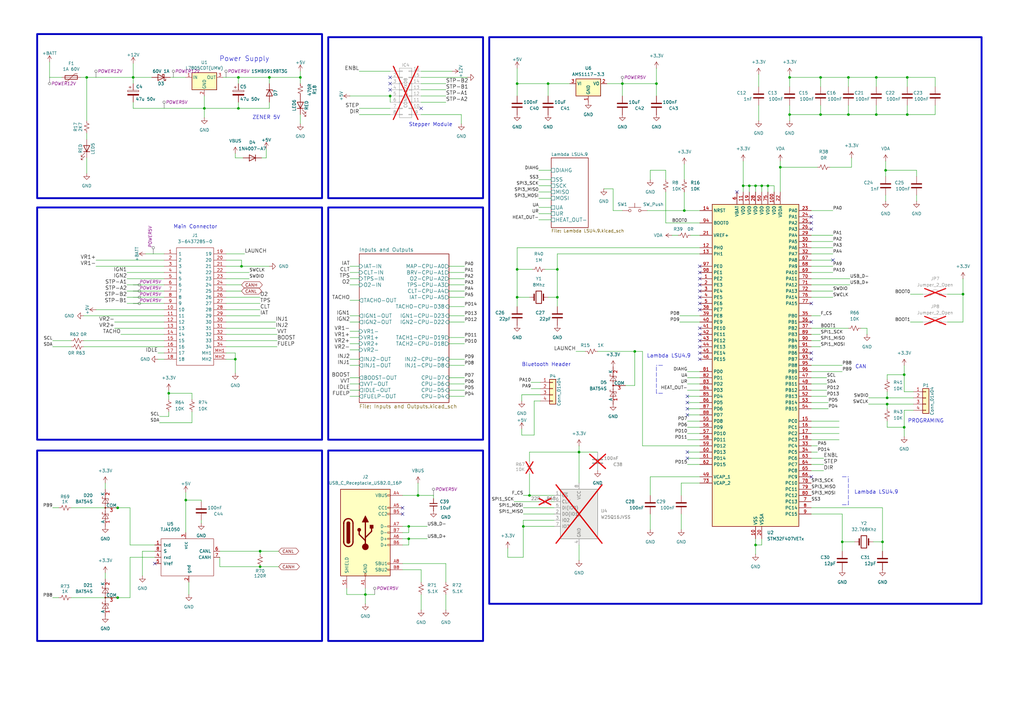
<source format=kicad_sch>
(kicad_sch (version 20231120) (generator "eeschema") (generator_version "8.0")
  (paper "A3")
  (title_block (title "NO2C STM32F") (date "2024-11-04") (rev "R02") (company "ICTAMKY") (comment 1 "Design by leevawns"))
  (lib_symbols
    (symbol "+12V_2" (power) (pin_numbers hide) (pin_names (offset 0) hide)
      (property "Value" "+12V" (at 0 3.556 0))
      (symbol "+12V_2_1_1"
        (pin power_in line (at 0 0 90) (length 0) (name "~") (number "1"))
      )
    )
    (symbol "+5V_3" (power) (pin_numbers hide) (pin_names (offset 0) hide)
      (property "Value" "+5V" (at 0 3.556 0))
      (symbol "+5V_3_1_1"
        (pin power_in line (at 0 0 90) (length 0) (name "~") (number "1"))
      )
    )
    (symbol "+5V_4" (power) (pin_numbers hide) (pin_names (offset 0) hide)
      (property "Value" "+5V" (at 0 3.556 0))
      (symbol "+5V_4_1_1"
        (pin power_in line (at 0 0 90) (length 0) (name "~") (number "1"))
      )
    )
    (symbol "Connector:USB_C_Receptacle_USB2.0_16P" (pin_names (offset 1.016))
      (property "Reference" "J" (at 0 22.225 0))
      (property "Value" "USB_C_Receptacle_USB2.0_16P" (at 0 19.685 0))
      (symbol "USB_C_Receptacle_USB2.0_16P_1_1"
        (pin passive line (at 0 -22.86 90) (length 5.08) (name "GND") (number "A1"))
        (pin passive line (at 0 -22.86 90) (length 5.08) hide (name "GND") (number "A12"))
        (pin passive line (at 15.24 15.24 180) (length 5.08) (name "VBUS") (number "A4"))
        (pin bidirectional line (at 15.24 10.16 180) (length 5.08) (name "CC1") (number "A5"))
        (pin bidirectional line (at 15.24 -2.54 180) (length 5.08) (name "D+") (number "A6"))
        (pin bidirectional line (at 15.24 2.54 180) (length 5.08) (name "D-") (number "A7"))
        (pin bidirectional line (at 15.24 -12.7 180) (length 5.08) (name "SBU1") (number "A8"))
        (pin passive line (at 15.24 15.24 180) (length 5.08) hide (name "VBUS") (number "A9"))
        (pin passive line (at 0 -22.86 90) (length 5.08) hide (name "GND") (number "B1"))
        (pin passive line (at 0 -22.86 90) (length 5.08) hide (name "GND") (number "B12"))
        (pin passive line (at 15.24 15.24 180) (length 5.08) hide (name "VBUS") (number "B4"))
        (pin bidirectional line (at 15.24 7.62 180) (length 5.08) (name "CC2") (number "B5"))
        (pin bidirectional line (at 15.24 -5.08 180) (length 5.08) (name "D+") (number "B6"))
        (pin bidirectional line (at 15.24 0 180) (length 5.08) (name "D-") (number "B7"))
        (pin bidirectional line (at 15.24 -15.24 180) (length 5.08) (name "SBU2") (number "B8"))
        (pin passive line (at 15.24 15.24 180) (length 5.08) hide (name "VBUS") (number "B9"))
        (pin passive line (at -7.62 -22.86 90) (length 5.08) (name "SHIELD") (number "S1"))
      )
    )
    (symbol "Device:C" (pin_numbers hide) (pin_names (offset 0.254))
      (property "Reference" "C" (at 0.635 2.54 0))
      (property "Value" "C" (at 0.635 -2.54 0))
      (symbol "C_1_1"
        (pin passive line (at 0 3.81 270) (length 2.794) (name "~") (number "1"))
        (pin passive line (at 0 -3.81 90) (length 2.794) (name "~") (number "2"))
      )
    )
    (symbol "Device:C_Small" (pin_numbers hide) (pin_names (offset 0.254) hide)
      (property "Reference" "C" (at 0.254 1.778 0))
      (property "Value" "C_Small" (at 0.254 -2.032 0))
      (symbol "C_Small_1_1"
        (pin passive line (at 0 2.54 270) (length 2.032) (name "~") (number "1"))
        (pin passive line (at 0 -2.54 90) (length 2.032) (name "~") (number "2"))
      )
    )
    (symbol "Device:Crystal" (pin_numbers hide) (pin_names (offset 1.016) hide)
      (property "Reference" "Y" (at 0 3.81 0))
      (property "Value" "Crystal" (at 0 -3.81 0))
      (symbol "Crystal_1_1"
        (pin passive line (at -3.81 0 0) (length 1.27) (name "1") (number "1"))
        (pin passive line (at 3.81 0 180) (length 1.27) (name "2") (number "2"))
      )
    )
    (symbol "Device:D_Schottky" (pin_numbers hide) (pin_names (offset 1.016) hide)
      (property "Reference" "D" (at 0 2.54 0))
      (property "Value" "D_Schottky" (at 0 -2.54 0))
      (symbol "D_Schottky_1_1"
        (pin passive line (at -3.81 0 0) (length 2.54) (name "K") (number "1"))
        (pin passive line (at 3.81 0 180) (length 2.54) (name "A") (number "2"))
      )
    )
    (symbol "Device:D_Zener" (pin_numbers hide) (pin_names (offset 1.016) hide)
      (property "Reference" "D" (at 0 2.54 0))
      (property "Value" "D_Zener" (at 0 -2.54 0))
      (symbol "D_Zener_1_1"
        (pin passive line (at -3.81 0 0) (length 2.54) (name "K") (number "1"))
        (pin passive line (at 3.81 0 180) (length 2.54) (name "A") (number "2"))
      )
    )
    (symbol "Device:LED" (pin_numbers hide) (pin_names (offset 1.016) hide)
      (property "Reference" "D" (at 0 2.54 0))
      (property "Value" "LED" (at 0 -2.54 0))
      (symbol "LED_1_1"
        (pin passive line (at -3.81 0 0) (length 2.54) (name "K") (number "1"))
        (pin passive line (at 3.81 0 180) (length 2.54) (name "A") (number "2"))
      )
    )
    (symbol "Device:Polyfuse" (pin_numbers hide) (pin_names (offset 0))
      (property "Reference" "F" (at -2.54 0 90))
      (property "Value" "Polyfuse" (at 2.54 0 90))
      (symbol "Polyfuse_1_1"
        (pin passive line (at 0 3.81 270) (length 1.27) (name "~") (number "1"))
        (pin passive line (at 0 -3.81 90) (length 1.27) (name "~") (number "2"))
      )
    )
    (symbol "Device:R_Small_US" (pin_numbers hide) (pin_names (offset 0.254) hide)
      (property "Reference" "R" (at 0.762 0.508 0))
      (property "Value" "R_Small_US" (at 0.762 -1.016 0))
      (symbol "R_Small_US_1_1"
        (pin passive line (at 0 2.54 270) (length 1.016) (name "~") (number "1"))
        (pin passive line (at 0 -2.54 90) (length 1.016) (name "~") (number "2"))
      )
    )
    (symbol "Diode:BAT54S" (pin_names (offset 0))
      (property "Reference" "D" (at 2.54 -5.08 0))
      (property "Value" "BAT54S" (at -6.35 3.175 0))
      (symbol "BAT54S_1_1"
        (pin passive line (at -7.62 0 0) (length 3.81) (name "A") (number "1"))
        (pin passive line (at 7.62 0 180) (length 3.81) (name "K") (number "2"))
        (pin passive line (at 0 -5.08 90) (length 5.08) (name "COM") (number "3"))
      )
    )
    (symbol "ICTAMKY:1N4007-A7" (pin_numbers hide) (pin_names (offset 1.016) hide)
      (property "Reference" "D" (at 0 2.54 0))
      (property "Value" "1N4007-A7" (at 0 -2.54 0))
      (symbol "1N4007-A7_1_1"
        (pin passive line (at -3.81 0 0) (length 2.54) (name "K") (number "1"))
        (pin passive line (at 3.81 0 180) (length 2.54) (name "A") (number "2"))
      )
    )
    (symbol "ICTAMKY:TJA1050" (pin_names (offset 1.016))
      (property "Reference" "U?" (at -2.54 20.32 0))
      (property "Value" "TJA1050" (at -2.54 18.0086 0))
      (symbol "TJA1050_0_0"
        (pin unspecified line (at -15.24 6.35 0) (length 2.54) (name "txd") (number "1"))
        (pin power_in line (at -1.27 -8.89 90) (length 2.54) (name "gnd") (number "2"))
        (pin power_in line (at -2.54 11.43 270) (length 2.54) (name "vcc") (number "3"))
        (pin unspecified line (at -15.24 1.27 0) (length 2.54) (name "rxd") (number "4"))
        (pin unspecified line (at -15.24 -1.27 0) (length 2.54) (name "Vref") (number "5"))
        (pin unspecified line (at 11.43 3.81 180) (length 2.54) (name "CANL") (number "6"))
        (pin unspecified line (at 11.43 1.27 180) (length 2.54) (name "CANH") (number "7"))
        (pin unspecified line (at -15.24 3.81 0) (length 2.54) (name "S") (number "8"))
      )
    )
    (symbol "Jumper:Jumper_2_Open" (pin_numbers hide) (pin_names (offset 0) hide) (exclude_from_sim yes)
      (property "Reference" "JP" (at 0 2.794 0))
      (property "Value" "Jumper_2_Open" (at 0 -2.286 0))
      (symbol "Jumper_2_Open_1_1"
        (pin passive line (at -5.08 0 0) (length 2.54) (name "A") (number "1"))
        (pin passive line (at 5.08 0 180) (length 2.54) (name "B") (number "2"))
      )
    )
    (symbol "MCU_ST_STM32F4:STM32F407VETx"
      (property "Reference" "U" (at -17.78 67.31 0))
      (property "Value" "STM32F407VETx" (at 12.7 67.31 0))
      (symbol "STM32F407VETx_1_1"
        (pin bidirectional line (at -22.86 35.56 0) (length 5.08) (name "PE2") (number "1"))
        (pin power_in line (at 0 -71.12 90) (length 5.08) (name "VSS") (number "10"))
        (pin power_in line (at 7.62 71.12 270) (length 5.08) (name "VDD") (number "100"))
        (pin power_in line (at -5.08 71.12 270) (length 5.08) (name "VDD") (number "11"))
        (pin bidirectional line (at -22.86 48.26 0) (length 5.08) (name "PH0") (number "12"))
        (pin bidirectional line (at -22.86 45.72 0) (length 5.08) (name "PH1") (number "13"))
        (pin input line (at -22.86 63.5 0) (length 5.08) (name "NRST") (number "14"))
        (pin bidirectional line (at 22.86 -22.86 180) (length 5.08) (name "PC0") (number "15"))
        (pin bidirectional line (at 22.86 -25.4 180) (length 5.08) (name "PC1") (number "16"))
        (pin bidirectional line (at 22.86 -27.94 180) (length 5.08) (name "PC2") (number "17"))
        (pin bidirectional line (at 22.86 -30.48 180) (length 5.08) (name "PC3") (number "18"))
        (pin power_in line (at -2.54 71.12 270) (length 5.08) (name "VDD") (number "19"))
        (pin bidirectional line (at -22.86 33.02 0) (length 5.08) (name "PE3") (number "2"))
        (pin power_in line (at 2.54 -71.12 90) (length 5.08) (name "VSSA") (number "20"))
        (pin input line (at -22.86 53.34 0) (length 5.08) (name "VREF+") (number "21"))
        (pin power_in line (at 10.16 71.12 270) (length 5.08) (name "VDDA") (number "22"))
        (pin bidirectional line (at 22.86 63.5 180) (length 5.08) (name "PA0") (number "23"))
        (pin bidirectional line (at 22.86 60.96 180) (length 5.08) (name "PA1") (number "24"))
        (pin bidirectional line (at 22.86 58.42 180) (length 5.08) (name "PA2") (number "25"))
        (pin bidirectional line (at 22.86 55.88 180) (length 5.08) (name "PA3") (number "26"))
        (pin passive line (at 0 -71.12 90) (length 5.08) hide (name "VSS") (number "27"))
        (pin power_in line (at 0 71.12 270) (length 5.08) (name "VDD") (number "28"))
        (pin bidirectional line (at 22.86 53.34 180) (length 5.08) (name "PA4") (number "29"))
        (pin bidirectional line (at -22.86 30.48 0) (length 5.08) (name "PE4") (number "3"))
        (pin bidirectional line (at 22.86 50.8 180) (length 5.08) (name "PA5") (number "30"))
        (pin bidirectional line (at 22.86 48.26 180) (length 5.08) (name "PA6") (number "31"))
        (pin bidirectional line (at 22.86 45.72 180) (length 5.08) (name "PA7") (number "32"))
        (pin bidirectional line (at 22.86 -33.02 180) (length 5.08) (name "PC4") (number "33"))
        (pin bidirectional line (at 22.86 -35.56 180) (length 5.08) (name "PC5") (number "34"))
        (pin bidirectional line (at 22.86 20.32 180) (length 5.08) (name "PB0") (number "35"))
        (pin bidirectional line (at 22.86 17.78 180) (length 5.08) (name "PB1") (number "36"))
        (pin bidirectional line (at 22.86 15.24 180) (length 5.08) (name "PB2") (number "37"))
        (pin bidirectional line (at -22.86 22.86 0) (length 5.08) (name "PE7") (number "38"))
        (pin bidirectional line (at -22.86 20.32 0) (length 5.08) (name "PE8") (number "39"))
        (pin bidirectional line (at -22.86 27.94 0) (length 5.08) (name "PE5") (number "4"))
        (pin bidirectional line (at -22.86 17.78 0) (length 5.08) (name "PE9") (number "40"))
        (pin bidirectional line (at -22.86 15.24 0) (length 5.08) (name "PE10") (number "41"))
        (pin bidirectional line (at -22.86 12.7 0) (length 5.08) (name "PE11") (number "42"))
        (pin bidirectional line (at -22.86 10.16 0) (length 5.08) (name "PE12") (number "43"))
        (pin bidirectional line (at -22.86 7.62 0) (length 5.08) (name "PE13") (number "44"))
        (pin bidirectional line (at -22.86 5.08 0) (length 5.08) (name "PE14") (number "45"))
        (pin bidirectional line (at -22.86 2.54 0) (length 5.08) (name "PE15") (number "46"))
        (pin bidirectional line (at 22.86 -5.08 180) (length 5.08) (name "PB10") (number "47"))
        (pin bidirectional line (at 22.86 -7.62 180) (length 5.08) (name "PB11") (number "48"))
        (pin power_out line (at -22.86 -45.72 0) (length 5.08) (name "VCAP_1") (number "49"))
        (pin bidirectional line (at -22.86 25.4 0) (length 5.08) (name "PE6") (number "5"))
        (pin power_in line (at 2.54 71.12 270) (length 5.08) (name "VDD") (number "50"))
        (pin bidirectional line (at 22.86 -10.16 180) (length 5.08) (name "PB12") (number "51"))
        (pin bidirectional line (at 22.86 -12.7 180) (length 5.08) (name "PB13") (number "52"))
        (pin bidirectional line (at 22.86 -15.24 180) (length 5.08) (name "PB14") (number "53"))
        (pin bidirectional line (at 22.86 -17.78 180) (length 5.08) (name "PB15") (number "54"))
        (pin bidirectional line (at -22.86 -22.86 0) (length 5.08) (name "PD8") (number "55"))
        (pin bidirectional line (at -22.86 -25.4 0) (length 5.08) (name "PD9") (number "56"))
        (pin bidirectional line (at -22.86 -27.94 0) (length 5.08) (name "PD10") (number "57"))
        (pin bidirectional line (at -22.86 -30.48 0) (length 5.08) (name "PD11") (number "58"))
        (pin bidirectional line (at -22.86 -33.02 0) (length 5.08) (name "PD12") (number "59"))
        (pin power_in line (at -7.62 71.12 270) (length 5.08) (name "VBAT") (number "6"))
        (pin bidirectional line (at -22.86 -35.56 0) (length 5.08) (name "PD13") (number "60"))
        (pin bidirectional line (at -22.86 -38.1 0) (length 5.08) (name "PD14") (number "61"))
        (pin bidirectional line (at -22.86 -40.64 0) (length 5.08) (name "PD15") (number "62"))
        (pin bidirectional line (at 22.86 -38.1 180) (length 5.08) (name "PC6") (number "63"))
        (pin bidirectional line (at 22.86 -40.64 180) (length 5.08) (name "PC7") (number "64"))
        (pin bidirectional line (at 22.86 -43.18 180) (length 5.08) (name "PC8") (number "65"))
        (pin bidirectional line (at 22.86 -45.72 180) (length 5.08) (name "PC9") (number "66"))
        (pin bidirectional line (at 22.86 43.18 180) (length 5.08) (name "PA8") (number "67"))
        (pin bidirectional line (at 22.86 40.64 180) (length 5.08) (name "PA9") (number "68"))
        (pin bidirectional line (at 22.86 38.1 180) (length 5.08) (name "PA10") (number "69"))
        (pin bidirectional line (at 22.86 -55.88 180) (length 5.08) (name "PC13") (number "7"))
        (pin bidirectional line (at 22.86 35.56 180) (length 5.08) (name "PA11") (number "70"))
        (pin bidirectional line (at 22.86 33.02 180) (length 5.08) (name "PA12") (number "71"))
        (pin bidirectional line (at 22.86 30.48 180) (length 5.08) (name "PA13") (number "72"))
        (pin power_out line (at -22.86 -48.26 0) (length 5.08) (name "VCAP_2") (number "73"))
        (pin passive line (at 0 -71.12 90) (length 5.08) hide (name "VSS") (number "74"))
        (pin power_in line (at 5.08 71.12 270) (length 5.08) (name "VDD") (number "75"))
        (pin bidirectional line (at 22.86 27.94 180) (length 5.08) (name "PA14") (number "76"))
        (pin bidirectional line (at 22.86 25.4 180) (length 5.08) (name "PA15") (number "77"))
        (pin bidirectional line (at 22.86 -48.26 180) (length 5.08) (name "PC10") (number "78"))
        (pin bidirectional line (at 22.86 -50.8 180) (length 5.08) (name "PC11") (number "79"))
        (pin bidirectional line (at 22.86 -58.42 180) (length 5.08) (name "PC14") (number "8"))
        (pin bidirectional line (at 22.86 -53.34 180) (length 5.08) (name "PC12") (number "80"))
        (pin bidirectional line (at -22.86 -2.54 0) (length 5.08) (name "PD0") (number "81"))
        (pin bidirectional line (at -22.86 -5.08 0) (length 5.08) (name "PD1") (number "82"))
        (pin bidirectional line (at -22.86 -7.62 0) (length 5.08) (name "PD2") (number "83"))
        (pin bidirectional line (at -22.86 -10.16 0) (length 5.08) (name "PD3") (number "84"))
        (pin bidirectional line (at -22.86 -12.7 0) (length 5.08) (name "PD4") (number "85"))
        (pin bidirectional line (at -22.86 -15.24 0) (length 5.08) (name "PD5") (number "86"))
        (pin bidirectional line (at -22.86 -17.78 0) (length 5.08) (name "PD6") (number "87"))
        (pin bidirectional line (at -22.86 -20.32 0) (length 5.08) (name "PD7") (number "88"))
        (pin bidirectional line (at 22.86 12.7 180) (length 5.08) (name "PB3") (number "89"))
        (pin bidirectional line (at 22.86 -60.96 180) (length 5.08) (name "PC15") (number "9"))
        (pin bidirectional line (at 22.86 10.16 180) (length 5.08) (name "PB4") (number "90"))
        (pin bidirectional line (at 22.86 7.62 180) (length 5.08) (name "PB5") (number "91"))
        (pin bidirectional line (at 22.86 5.08 180) (length 5.08) (name "PB6") (number "92"))
        (pin bidirectional line (at 22.86 2.54 180) (length 5.08) (name "PB7") (number "93"))
        (pin input line (at -22.86 58.42 0) (length 5.08) (name "BOOT0") (number "94"))
        (pin bidirectional line (at 22.86 0 180) (length 5.08) (name "PB8") (number "95"))
        (pin bidirectional line (at 22.86 -2.54 180) (length 5.08) (name "PB9") (number "96"))
        (pin bidirectional line (at -22.86 40.64 0) (length 5.08) (name "PE0") (number "97"))
        (pin bidirectional line (at -22.86 38.1 0) (length 5.08) (name "PE1") (number "98"))
        (pin passive line (at 0 -71.12 90) (length 5.08) hide (name "VSS") (number "99"))
      )
    )
    (symbol "Memory_Flash:W25Q16JVSS"
      (property "Reference" "U" (at -6.35 11.43 0))
      (property "Value" "W25Q16JVSS" (at 7.62 11.43 0))
      (symbol "W25Q16JVSS_1_1"
        (pin input line (at -10.16 7.62 0) (length 2.54) (name "~{CS}") (number "1"))
        (pin bidirectional line (at -10.16 0 0) (length 2.54) (name "DO(IO1)") (number "2"))
        (pin bidirectional line (at -10.16 -2.54 0) (length 2.54) (name "IO2") (number "3"))
        (pin power_in line (at 0 -12.7 90) (length 2.54) (name "GND") (number "4"))
        (pin bidirectional line (at -10.16 2.54 0) (length 2.54) (name "DI(IO0)") (number "5"))
        (pin input line (at -10.16 5.08 0) (length 2.54) (name "CLK") (number "6"))
        (pin bidirectional line (at -10.16 -5.08 0) (length 2.54) (name "IO3") (number "7"))
        (pin power_in line (at 0 12.7 270) (length 2.54) (name "VCC") (number "8"))
      )
    )
    (symbol "NO2C-rescue:+BATT-power" (power) (pin_names (offset 0))
      (property "Value" "power_+BATT" (at 0 3.556 0))
      (symbol "+BATT-power_1_1"
        (pin power_in line (at 0 0 90) (length 0) hide (name "+BATT") (number "1"))
      )
    )
    (symbol "NO2C-rescue:Conn_01x04-conn" (pin_names (offset 1.016) hide)
      (property "Reference" "J" (at 0 5.08 0))
      (property "Value" "Conn_01x04-conn" (at 0 -7.62 0))
      (symbol "Conn_01x04-conn_1_1"
        (pin passive line (at -5.08 2.54 0) (length 3.81) (name "Pin_1") (number "1"))
        (pin passive line (at -5.08 0 0) (length 3.81) (name "Pin_2") (number "2"))
        (pin passive line (at -5.08 -2.54 0) (length 3.81) (name "Pin_3") (number "3"))
        (pin passive line (at -5.08 -5.08 0) (length 3.81) (name "Pin_4") (number "4"))
      )
    )
    (symbol "NO2C-rescue:DRV8825-drv8825" (pin_names (offset 0.0254) hide)
      (property "Reference" "IC" (at 0 11.43 0))
      (property "Value" "drv8825_DRV8825" (at 0 0 90))
      (symbol "DRV8825-drv8825_1_1"
        (pin passive line (at -6.35 8.89 0) (length 3.81) (name "P1") (number "1"))
        (pin passive line (at 6.35 -6.35 180) (length 3.81) (name "P10") (number "10"))
        (pin passive line (at 6.35 -3.81 180) (length 3.81) (name "P11") (number "11"))
        (pin passive line (at 6.35 -1.27 180) (length 3.81) (name "P12") (number "12"))
        (pin passive line (at 6.35 1.27 180) (length 3.81) (name "P13") (number "13"))
        (pin passive line (at 6.35 3.81 180) (length 3.81) (name "P14") (number "14"))
        (pin passive line (at 6.35 6.35 180) (length 3.81) (name "P15") (number "15"))
        (pin passive line (at 6.35 8.89 180) (length 3.81) (name "P16") (number "16"))
        (pin passive line (at -6.35 6.35 0) (length 3.81) (name "P2") (number "2"))
        (pin passive line (at -6.35 3.81 0) (length 3.81) (name "P3") (number "3"))
        (pin passive line (at -6.35 1.27 0) (length 3.81) (name "P4") (number "4"))
        (pin passive line (at -6.35 -1.27 0) (length 3.81) (name "P5") (number "5"))
        (pin passive line (at -6.35 -3.81 0) (length 3.81) (name "P6") (number "6"))
        (pin passive line (at -6.35 -6.35 0) (length 3.81) (name "P7") (number "7"))
        (pin passive line (at -6.35 -8.89 0) (length 3.81) (name "P8") (number "8"))
        (pin passive line (at 6.35 -8.89 180) (length 3.81) (name "P9") (number "9"))
      )
    )
    (symbol "Regulator_Linear:AMS1117-3.3"
      (property "Reference" "U" (at -3.81 3.175 0))
      (property "Value" "AMS1117-3.3" (at 0 3.175 0))
      (symbol "AMS1117-3.3_1_1"
        (pin power_in line (at 0 -7.62 90) (length 2.54) (name "GND") (number "1"))
        (pin power_out line (at 7.62 0 180) (length 2.54) (name "VO") (number "2"))
        (pin power_in line (at -7.62 0 0) (length 2.54) (name "VI") (number "3"))
      )
    )
    (symbol "Regulator_Linear:L7805" (pin_names (offset 0.254))
      (property "Reference" "U" (at -3.81 3.175 0))
      (property "Value" "L7805" (at 0 3.175 0))
      (symbol "L7805_1_1"
        (pin power_in line (at -7.62 0 0) (length 2.54) (name "IN") (number "1"))
        (pin power_in line (at 0 -7.62 90) (length 2.54) (name "GND") (number "2"))
        (pin power_out line (at 7.62 0 180) (length 2.54) (name "OUT") (number "3"))
      )
    )
    (symbol "SamacSys_Parts:3-6437285-0" (pin_names (offset 0.762))
      (property "Reference" "J" (at 21.59 7.62 0))
      (property "Value" "3-6437285-0" (at 21.59 5.08 0))
      (symbol "3-6437285-0_0_0"
        (pin passive line (at 0 0 0) (length 5.08) (name "1") (number "1"))
        (pin passive line (at 0 -22.86 0) (length 5.08) (name "10") (number "10"))
        (pin passive line (at 0 -25.4 0) (length 5.08) (name "11") (number "11"))
        (pin passive line (at 0 -27.94 0) (length 5.08) (name "12") (number "12"))
        (pin passive line (at 0 -30.48 0) (length 5.08) (name "13") (number "13"))
        (pin passive line (at 0 -33.02 0) (length 5.08) (name "14") (number "14"))
        (pin passive line (at 0 -35.56 0) (length 5.08) (name "15") (number "15"))
        (pin passive line (at 0 -38.1 0) (length 5.08) (name "16") (number "16"))
        (pin passive line (at 0 -40.64 0) (length 5.08) (name "17") (number "17"))
        (pin passive line (at 0 -43.18 0) (length 5.08) (name "18") (number "18"))
        (pin passive line (at 25.4 0 180) (length 5.08) (name "19") (number "19"))
        (pin passive line (at 0 -2.54 0) (length 5.08) (name "2") (number "2"))
        (pin passive line (at 25.4 -2.54 180) (length 5.08) (name "20") (number "20"))
        (pin passive line (at 25.4 -5.08 180) (length 5.08) (name "21") (number "21"))
        (pin passive line (at 25.4 -7.62 180) (length 5.08) (name "22") (number "22"))
        (pin passive line (at 25.4 -10.16 180) (length 5.08) (name "23") (number "23"))
        (pin passive line (at 25.4 -12.7 180) (length 5.08) (name "24") (number "24"))
        (pin passive line (at 25.4 -15.24 180) (length 5.08) (name "25") (number "25"))
        (pin passive line (at 25.4 -17.78 180) (length 5.08) (name "26") (number "26"))
        (pin passive line (at 25.4 -20.32 180) (length 5.08) (name "27") (number "27"))
        (pin passive line (at 25.4 -22.86 180) (length 5.08) (name "28") (number "28"))
        (pin passive line (at 25.4 -25.4 180) (length 5.08) (name "29") (number "29"))
        (pin passive line (at 0 -5.08 0) (length 5.08) (name "3") (number "3"))
        (pin passive line (at 25.4 -27.94 180) (length 5.08) (name "30") (number "30"))
        (pin passive line (at 25.4 -30.48 180) (length 5.08) (name "31") (number "31"))
        (pin passive line (at 25.4 -33.02 180) (length 5.08) (name "32") (number "32"))
        (pin passive line (at 25.4 -35.56 180) (length 5.08) (name "33") (number "33"))
        (pin passive line (at 25.4 -38.1 180) (length 5.08) (name "34") (number "34"))
        (pin passive line (at 0 -7.62 0) (length 5.08) (name "4") (number "4"))
        (pin passive line (at 0 -10.16 0) (length 5.08) (name "5") (number "5"))
        (pin passive line (at 0 -12.7 0) (length 5.08) (name "6") (number "6"))
        (pin passive line (at 0 -15.24 0) (length 5.08) (name "7") (number "7"))
        (pin passive line (at 0 -17.78 0) (length 5.08) (name "8") (number "8"))
        (pin passive line (at 0 -20.32 0) (length 5.08) (name "9") (number "9"))
        (pin passive line (at 25.4 -40.64 180) (length 5.08) (name "MH1") (number "MH1"))
        (pin passive line (at 25.4 -43.18 180) (length 5.08) (name "MH2") (number "MH2"))
      )
    )
    (symbol "Switch:SW_Push" (pin_numbers hide) (pin_names (offset 1.016) hide)
      (property "Reference" "SW" (at 1.27 2.54 0))
      (property "Value" "SW_Push" (at 0 -1.524 0))
      (symbol "SW_Push_0_1"
        (pin passive line (at -5.08 0 0) (length 2.54) (name "1") (number "1"))
        (pin passive line (at 5.08 0 180) (length 2.54) (name "2") (number "2"))
      )
    )
    (symbol "Underdog-rescue:CP-Device" (pin_numbers hide) (pin_names (offset 0.254))
      (property "Reference" "C" (at 0.635 2.54 0))
      (property "Value" "CP-Device" (at 0.635 -2.54 0))
      (symbol "CP-Device_1_1"
        (pin passive line (at 0 3.81 270) (length 2.794) (name "~") (number "1"))
        (pin passive line (at 0 -3.81 90) (length 2.794) (name "~") (number "2"))
      )
    )
    (symbol "power:+12V" (power) (pin_names (offset 0))
      (property "Value" "+12V" (at 0 3.556 0))
      (symbol "+12V_1_1"
        (pin power_in line (at 0 0 90) (length 0) hide (name "+12V") (number "1"))
      )
    )
    (symbol "power:+3.3V" (power) (pin_numbers hide) (pin_names (offset 0) hide)
      (property "Value" "+3.3V" (at 0 3.556 0))
      (symbol "+3.3V_1_1"
        (pin power_in line (at 0 0 90) (length 0) (name "~") (number "1"))
      )
    )
    (symbol "power:+5V" (power) (pin_names (offset 0))
      (property "Value" "+5V" (at 0 3.556 0))
      (symbol "+5V_1_1"
        (pin power_in line (at 0 0 90) (length 0) hide (name "+5V") (number "1"))
      )
    )
    (symbol "power:+BATT" (power) (pin_names (offset 0))
      (property "Value" "+BATT" (at 0 3.556 0))
      (symbol "+BATT_1_1"
        (pin power_in line (at 0 0 90) (length 0) hide (name "+BATT") (number "1"))
      )
    )
    (symbol "power:GND" (power) (pin_numbers hide) (pin_names (offset 0) hide)
      (property "Value" "GND" (at 0 -3.81 0))
      (symbol "GND_1_1"
        (pin power_in line (at 0 0 270) (length 0) (name "~") (number "1"))
      )
    )
    (symbol "power:VBUS" (power) (pin_numbers hide) (pin_names (offset 0) hide)
      (property "Value" "VBUS" (at 0 3.556 0))
      (symbol "VBUS_1_1"
        (pin power_in line (at 0 0 90) (length 0) (name "~") (number "1"))
      )
    )
  )
  (junction (at 314.96 76.2))
  (junction (at 106.68 226.06))
  (junction (at 96.52 147.32))
  (junction (at 269.24 34.29))
  (junction (at 323.85 46.99))
  (junction (at 106.68 232.41))
  (junction (at 347.98 46.99))
  (junction (at 171.45 203.2))
  (junction (at 336.55 31.75))
  (junction (at 69.215 161.29))
  (junction (at 123.19 31.75))
  (junction (at 304.8 76.2))
  (junction (at 224.79 34.29))
  (junction (at 372.11 31.75))
  (junction (at 363.855 165.735))
  (junction (at 323.85 31.75))
  (junction (at 359.41 46.99))
  (junction (at 359.41 31.75))
  (junction (at 307.34 76.2))
  (junction (at 83.82 44.45))
  (junction (at 312.42 76.2))
  (junction (at 212.09 110.49))
  (junction (at 214.63 215.9))
  (junction (at 363.22 69.85))
  (junction (at 35.56 31.75))
  (junction (at 320.04 68.58))
  (junction (at 76.2 205.105))
  (junction (at 99.06 109.22))
  (junction (at 212.09 121.92))
  (junction (at 97.79 31.75))
  (junction (at 228.6 110.49))
  (junction (at 394.97 120.65))
  (junction (at 260.35 144.145))
  (junction (at 370.84 175.26))
  (junction (at 363.855 163.195))
  (junction (at 372.11 46.99))
  (junction (at 347.98 31.75))
  (junction (at 361.95 222.25))
  (junction (at 167.64 215.9))
  (junction (at 167.64 220.98))
  (junction (at 345.44 222.25))
  (junction (at 309.88 76.2))
  (junction (at 217.17 203.2))
  (junction (at 336.55 46.99))
  (junction (at 48.26 208.28))
  (junction (at 237.49 185.42))
  (junction (at 54.61 31.75))
  (junction (at 160.02 39.37))
  (junction (at 97.79 44.45))
  (junction (at 110.49 31.75))
  (junction (at 370.84 153.67))
  (junction (at 280.67 86.36))
  (junction (at 212.09 34.29))
  (junction (at 149.86 243.84))
  (junction (at 48.26 245.11))
  (junction (at 228.6 121.92))
  (junction (at 255.27 34.29))
  (junction (at 309.88 223.52))
  (no_connect (at 172.72 44.45))
  (no_connect (at 332.74 88.9))
  (no_connect (at 287.02 116.84))
  (no_connect (at 165.1 208.28))
  (no_connect (at 281.94 187.96))
  (no_connect (at 332.74 195.58))
  (no_connect (at 287.02 147.32))
  (no_connect (at 281.94 162.56))
  (no_connect (at 160.02 34.29))
  (no_connect (at 341.63 106.68))
  (no_connect (at 165.1 210.82))
  (no_connect (at 281.94 170.18))
  (no_connect (at 287.02 114.3))
  (no_connect (at 332.74 132.08))
  (no_connect (at 287.02 109.22))
  (no_connect (at 287.02 144.78))
  (no_connect (at 332.74 144.78))
  (no_connect (at 287.02 139.7))
  (no_connect (at 332.74 147.32))
  (no_connect (at 332.74 124.46))
  (no_connect (at 160.02 31.75))
  (no_connect (at 281.94 185.42))
  (no_connect (at 287.02 111.76))
  (no_connect (at 287.02 134.62))
  (no_connect (at 287.02 124.46))
  (no_connect (at 287.02 119.38))
  (no_connect (at 287.02 127))
  (no_connect (at 63.5 231.14))
  (no_connect (at 302.26 78.74))
  (no_connect (at 287.02 121.92))
  (no_connect (at 160.02 36.83))
  (no_connect (at 287.02 142.24))
  (no_connect (at 287.02 137.16))
  (no_connect (at 281.94 165.1))
  (no_connect (at 281.94 167.64))
  (no_connect (at 332.74 91.44))
  (no_connect (at 332.74 93.98))
  (wire (pts (xy 332.74 180.34) (xy 344.17 180.34)))
  (wire (pts (xy 63.5 226.06) (xy 58.42 226.06)))
  (wire (pts (xy 143.51 160.02) (xy 147.32 160.02)))
  (wire (pts (xy 53.34 228.6) (xy 53.34 245.11)))
  (wire (pts (xy 54.61 31.75) (xy 62.23 31.75)))
  (wire (pts (xy 217.17 194.31) (xy 217.17 203.2)))
  (wire (pts (xy 172.72 41.91) (xy 182.88 41.91)))
  (polyline (pts (xy 345.44 207.01) (xy 347.98 207.01)) (stroke (width 0) (type dash)))
  (wire (pts (xy 107.315 64.77) (xy 109.22 64.77)))
  (wire (pts (xy 363.855 167.64) (xy 363.855 165.735)))
  (wire (pts (xy 251.46 86.36) (xy 251.46 77.47)))
  (wire (pts (xy 336.55 46.99) (xy 347.98 46.99)))
  (wire (pts (xy 217.17 203.2) (xy 227.33 203.2)))
  (wire (pts (xy 165.1 218.44) (xy 167.64 218.44)))
  (wire (pts (xy 92.71 144.78) (xy 96.52 144.78)))
  (wire (pts (xy 370.84 175.26) (xy 370.84 179.07)))
  (wire (pts (xy 278.765 132.08) (xy 287.02 132.08)))
  (wire (pts (xy 63.5 228.6) (xy 53.34 228.6)))
  (wire (pts (xy 177.8 204.47) (xy 177.8 203.2)))
  (wire (pts (xy 21.59 245.11) (xy 24.13 245.11)))
  (wire (pts (xy 341.63 86.36) (xy 332.74 86.36)))
  (wire (pts (xy 96.52 144.78) (xy 96.52 147.32)))
  (wire (pts (xy 172.72 46.99) (xy 189.23 46.99)))
  (wire (pts (xy 335.28 185.42) (xy 332.74 185.42)))
  (wire (pts (xy 363.22 69.85) (xy 375.92 69.85)))
  (wire (pts (xy 143.51 129.54) (xy 147.32 129.54)))
  (wire (pts (xy 165.1 220.98) (xy 167.64 220.98)))
  (wire (pts (xy 184.15 147.32) (xy 190.5 147.32)))
  (wire (pts (xy 263.525 144.145) (xy 260.35 144.145)))
  (wire (pts (xy 212.09 34.29) (xy 224.79 34.29)))
  (wire (pts (xy 184.15 162.56) (xy 190.5 162.56)))
  (wire (pts (xy 143.51 162.56) (xy 147.32 162.56)))
  (wire (pts (xy 287.02 198.12) (xy 279.4 198.12)))
  (wire (pts (xy 212.09 110.49) (xy 218.44 110.49)))
  (wire (pts (xy 123.19 46.99) (xy 123.19 50.8)))
  (wire (pts (xy 349.25 64.77) (xy 349.25 68.58)))
  (wire (pts (xy 33.02 31.75) (xy 35.56 31.75)))
  (wire (pts (xy 320.04 66.04) (xy 320.04 68.58)))
  (wire (pts (xy 345.44 210.82) (xy 345.44 222.25)))
  (wire (pts (xy 97.79 41.91) (xy 97.79 44.45)))
  (wire (pts (xy 34.29 139.7) (xy 67.31 139.7)))
  (wire (pts (xy 217.805 159.385) (xy 221.615 159.385)))
  (wire (pts (xy 278.765 129.54) (xy 287.02 129.54)))
  (wire (pts (xy 220.98 76.2) (xy 226.06 76.2)))
  (wire (pts (xy 184.15 109.22) (xy 190.5 109.22)))
  (wire (pts (xy 280.67 86.36) (xy 280.67 78.74)))
  (wire (pts (xy 214.63 228.6) (xy 208.28 228.6)))
  (wire (pts (xy 347.98 31.75) (xy 359.41 31.75)))
  (wire (pts (xy 336.55 31.75) (xy 336.55 35.56)))
  (wire (pts (xy 46.99 134.62) (xy 67.31 134.62)))
  (wire (pts (xy 109.22 64.77) (xy 109.22 60.96)))
  (wire (pts (xy 287.02 101.6) (xy 212.09 101.6)))
  (wire (pts (xy 43.18 234.95) (xy 43.18 237.49)))
  (wire (pts (xy 143.51 132.08) (xy 147.32 132.08)))
  (wire (pts (xy 35.56 31.75) (xy 54.61 31.75)))
  (wire (pts (xy 184.15 149.86) (xy 190.5 149.86)))
  (wire (pts (xy 309.88 78.74) (xy 309.88 76.2)))
  (wire (pts (xy 123.19 34.29) (xy 123.19 31.75)))
  (wire (pts (xy 92.71 142.24) (xy 113.665 142.24)))
  (wire (pts (xy 260.35 158.115) (xy 260.35 144.145)))
  (wire (pts (xy 149.86 241.3) (xy 149.86 243.84)))
  (wire (pts (xy 269.24 27.94) (xy 269.24 34.29)))
  (wire (pts (xy 345.44 152.4) (xy 332.74 152.4)))
  (wire (pts (xy 361.95 208.28) (xy 361.95 222.25)))
  (wire (pts (xy 220.98 73.66) (xy 226.06 73.66)))
  (wire (pts (xy 220.98 87.63) (xy 226.06 87.63)))
  (wire (pts (xy 143.51 149.86) (xy 147.32 149.86)))
  (wire (pts (xy 69.215 170.815) (xy 65.405 170.815)))
  (wire (pts (xy 332.74 167.64) (xy 339.725 167.64)))
  (wire (pts (xy 237.49 182.88) (xy 237.49 185.42)))
  (wire (pts (xy 273.05 69.85) (xy 266.7 69.85)))
  (wire (pts (xy 92.71 129.54) (xy 106.68 129.54)))
  (wire (pts (xy 311.15 30.48) (xy 311.15 35.56)))
  (wire (pts (xy 69.215 161.29) (xy 78.74 161.29)))
  (wire (pts (xy 312.42 220.98) (xy 312.42 223.52)))
  (wire (pts (xy 223.52 110.49) (xy 228.6 110.49)))
  (wire (pts (xy 336.55 142.24) (xy 332.74 142.24)))
  (wire (pts (xy 92.71 106.68) (xy 99.06 106.68)))
  (wire (pts (xy 348.615 114.3) (xy 332.74 114.3)))
  (wire (pts (xy 228.6 110.49) (xy 228.6 121.92)))
  (wire (pts (xy 143.51 138.43) (xy 147.32 138.43)))
  (wire (pts (xy 281.94 157.48) (xy 287.02 157.48)))
  (wire (pts (xy 372.11 31.75) (xy 372.11 35.56)))
  (wire (pts (xy 167.64 223.52) (xy 167.64 220.98)))
  (wire (pts (xy 314.96 76.2) (xy 312.42 76.2)))
  (wire (pts (xy 372.11 46.99) (xy 372.11 43.18)))
  (wire (pts (xy 92.71 104.14) (xy 100.33 104.14)))
  (wire (pts (xy 336.55 46.99) (xy 336.55 43.18)))
  (wire (pts (xy 165.1 215.9) (xy 167.64 215.9)))
  (wire (pts (xy 227.33 215.9) (xy 214.63 215.9)))
  (wire (pts (xy 281.94 160.02) (xy 287.02 160.02)))
  (wire (pts (xy 240.03 144.145) (xy 236.22 144.145)))
  (wire (pts (xy 167.64 215.9) (xy 175.26 215.9)))
  (wire (pts (xy 149.86 243.84) (xy 149.86 247.65)))
  (wire (pts (xy 323.85 30.48) (xy 323.85 31.75)))
  (wire (pts (xy 67.31 104.14) (xy 59.69 104.14)))
  (wire (pts (xy 332.74 134.62) (xy 347.98 134.62)))
  (wire (pts (xy 312.42 78.74) (xy 312.42 76.2)))
  (wire (pts (xy 184.15 157.48) (xy 190.5 157.48)))
  (wire (pts (xy 359.41 46.99) (xy 372.11 46.99)))
  (wire (pts (xy 83.82 48.26) (xy 83.82 44.45)))
  (wire (pts (xy 363.855 160.655) (xy 363.855 163.195)))
  (wire (pts (xy 337.82 193.04) (xy 332.74 193.04)))
  (wire (pts (xy 143.51 123.19) (xy 147.32 123.19)))
  (wire (pts (xy 149.86 243.84) (xy 153.67 243.84)))
  (wire (pts (xy 287.02 86.36) (xy 280.67 86.36)))
  (wire (pts (xy 383.54 31.75) (xy 383.54 35.56)))
  (wire (pts (xy 29.21 245.11) (xy 48.26 245.11)))
  (wire (pts (xy 248.92 34.29) (xy 255.27 34.29)))
  (wire (pts (xy 361.95 222.25) (xy 358.14 222.25)))
  (wire (pts (xy 281.94 175.26) (xy 287.02 175.26)))
  (wire (pts (xy 184.15 154.94) (xy 190.5 154.94)))
  (wire (pts (xy 245.11 185.42) (xy 237.49 185.42)))
  (wire (pts (xy 82.55 213.36) (xy 82.55 214.63)))
  (wire (pts (xy 281.94 180.34) (xy 287.02 180.34)))
  (wire (pts (xy 29.21 208.28) (xy 48.26 208.28)))
  (wire (pts (xy 359.41 46.99) (xy 359.41 43.18)))
  (wire (pts (xy 237.49 229.87) (xy 237.49 223.52)))
  (wire (pts (xy 92.71 116.84) (xy 99.06 116.84)))
  (wire (pts (xy 110.49 31.75) (xy 123.19 31.75)))
  (wire (pts (xy 339.09 160.02) (xy 332.74 160.02)))
  (wire (pts (xy 281.94 170.18) (xy 287.02 170.18)))
  (wire (pts (xy 220.98 85.09) (xy 226.06 85.09)))
  (wire (pts (xy 92.71 139.7) (xy 113.665 139.7)))
  (wire (pts (xy 212.09 110.49) (xy 212.09 121.92)))
  (wire (pts (xy 217.17 185.42) (xy 217.17 189.23)))
  (wire (pts (xy 92.71 127) (xy 106.68 127)))
  (wire (pts (xy 260.35 144.145) (xy 245.11 144.145)))
  (wire (pts (xy 224.79 34.29) (xy 233.68 34.29)))
  (wire (pts (xy 165.1 203.2) (xy 171.45 203.2)))
  (wire (pts (xy 332.74 172.72) (xy 344.17 172.72)))
  (wire (pts (xy 213.995 161.925) (xy 213.995 164.465)))
  (wire (pts (xy 363.22 66.04) (xy 363.22 69.85)))
  (wire (pts (xy 172.72 31.75) (xy 191.77 31.75)))
  (wire (pts (xy 171.45 203.2) (xy 171.45 198.12)))
  (wire (pts (xy 273.05 73.66) (xy 273.05 69.85)))
  (wire (pts (xy 394.97 120.65) (xy 394.97 132.08)))
  (wire (pts (xy 54.61 31.75) (xy 54.61 34.29)))
  (wire (pts (xy 370.84 153.67) (xy 370.84 149.86)))
  (wire (pts (xy 58.42 226.06) (xy 58.42 236.22)))
  (wire (pts (xy 339.09 157.48) (xy 332.74 157.48)))
  (wire (pts (xy 39.37 109.22) (xy 67.31 109.22)))
  (wire (pts (xy 388.62 120.65) (xy 394.97 120.65)))
  (wire (pts (xy 214.63 208.28) (xy 227.33 208.28)))
  (wire (pts (xy 143.51 116.84) (xy 147.32 116.84)))
  (wire (pts (xy 312.42 76.2) (xy 309.88 76.2)))
  (wire (pts (xy 190.5 125.73) (xy 184.15 125.73)))
  (wire (pts (xy 281.94 190.5) (xy 287.02 190.5)))
  (wire (pts (xy 304.8 66.04) (xy 304.8 76.2)))
  (wire (pts (xy 20.32 25.4) (xy 20.32 31.75)))
  (wire (pts (xy 281.94 185.42) (xy 287.02 185.42)))
  (wire (pts (xy 314.96 78.74) (xy 314.96 76.2)))
  (wire (pts (xy 363.855 155.575) (xy 363.855 153.67)))
  (wire (pts (xy 220.98 69.85) (xy 226.06 69.85)))
  (wire (pts (xy 184.15 119.38) (xy 190.5 119.38)))
  (wire (pts (xy 214.63 213.36) (xy 227.33 213.36)))
  (wire (pts (xy 394.97 120.65) (xy 394.97 114.3)))
  (wire (pts (xy 332.74 139.7) (xy 336.55 139.7)))
  (wire (pts (xy 273.05 78.74) (xy 273.05 91.44)))
  (wire (pts (xy 228.6 121.92) (xy 224.79 121.92)))
  (wire (pts (xy 172.72 233.68) (xy 165.1 233.68)))
  (wire (pts (xy 287.02 104.14) (xy 228.6 104.14)))
  (wire (pts (xy 283.21 96.52) (xy 287.02 96.52)))
  (wire (pts (xy 339.09 162.56) (xy 332.74 162.56)))
  (wire (pts (xy 320.04 68.58) (xy 320.04 78.74)))
  (wire (pts (xy 189.23 50.8) (xy 189.23 46.99)))
  (wire (pts (xy 212.09 39.37) (xy 212.09 34.29)))
  (wire (pts (xy 345.44 149.86) (xy 332.74 149.86)))
  (wire (pts (xy 67.31 129.54) (xy 34.29 129.54)))
  (wire (pts (xy 96.52 64.77) (xy 99.695 64.77)))
  (wire (pts (xy 78.74 163.83) (xy 78.74 161.29)))
  (wire (pts (xy 143.51 111.76) (xy 147.32 111.76)))
  (wire (pts (xy 90.17 228.6) (xy 90.17 232.41)))
  (wire (pts (xy 97.79 31.75) (xy 110.49 31.75)))
  (wire (pts (xy 172.72 29.21) (xy 185.42 29.21)))
  (wire (pts (xy 359.41 31.75) (xy 359.41 35.56)))
  (wire (pts (xy 64.77 144.78) (xy 67.31 144.78)))
  (wire (pts (xy 82.55 205.105) (xy 76.2 205.105)))
  (wire (pts (xy 375.92 82.55) (xy 375.92 80.01)))
  (wire (pts (xy 256.54 158.115) (xy 260.35 158.115)))
  (wire (pts (xy 361.95 222.25) (xy 361.95 226.06)))
  (wire (pts (xy 281.94 172.72) (xy 287.02 172.72)))
  (wire (pts (xy 212.09 121.92) (xy 217.17 121.92)))
  (wire (pts (xy 353.06 134.62) (xy 355.6 134.62)))
  (wire (pts (xy 67.31 114.3) (xy 52.07 114.3)))
  (wire (pts (xy 83.82 44.45) (xy 97.79 44.45)))
  (wire (pts (xy 348.615 116.84) (xy 332.74 116.84)))
  (wire (pts (xy 323.85 49.53) (xy 323.85 46.99)))
  (wire (pts (xy 49.53 137.16) (xy 67.31 137.16)))
  (wire (pts (xy 363.855 163.195) (xy 374.65 163.195)))
  (wire (pts (xy 323.85 31.75) (xy 336.55 31.75)))
  (wire (pts (xy 92.71 111.76) (xy 102.235 111.76)))
  (wire (pts (xy 213.995 175.895) (xy 213.995 178.435)))
  (wire (pts (xy 106.68 226.06) (xy 114.3 226.06)))
  (wire (pts (xy 21.59 208.28) (xy 24.13 208.28)))
  (wire (pts (xy 76.2 205.105) (xy 76.2 218.44)))
  (wire (pts (xy 142.24 243.84) (xy 149.86 243.84)))
  (wire (pts (xy 172.72 238.76) (xy 172.72 233.68)))
  (wire (pts (xy 69.215 168.91) (xy 69.215 170.815)))
  (wire (pts (xy 226.06 205.74) (xy 227.33 205.74)))
  (wire (pts (xy 311.15 49.53) (xy 311.15 43.18)))
  (wire (pts (xy 341.63 109.22) (xy 332.74 109.22)))
  (wire (pts (xy 143.51 157.48) (xy 147.32 157.48)))
  (wire (pts (xy 355.6 134.62) (xy 355.6 137.16)))
  (wire (pts (xy 143.51 114.3) (xy 147.32 114.3)))
  (wire (pts (xy 214.63 213.36) (xy 214.63 215.9)))
  (wire (pts (xy 106.68 226.06) (xy 106.68 227.33)))
  (wire (pts (xy 76.2 201.93) (xy 76.2 205.105)))
  (wire (pts (xy 383.54 46.99) (xy 383.54 43.18)))
  (wire (pts (xy 54.61 44.45) (xy 83.82 44.45)))
  (wire (pts (xy 92.71 121.92) (xy 106.68 121.92)))
  (wire (pts (xy 90.17 226.06) (xy 106.68 226.06)))
  (wire (pts (xy 53.34 223.52) (xy 53.34 208.28)))
  (wire (pts (xy 281.94 165.1) (xy 287.02 165.1)))
  (wire (pts (xy 21.59 139.7) (xy 29.21 139.7)))
  (wire (pts (xy 363.855 175.26) (xy 370.84 175.26)))
  (wire (pts (xy 92.71 109.22) (xy 99.06 109.22)))
  (wire (pts (xy 213.995 178.435) (xy 219.075 178.435)))
  (wire (pts (xy 281.94 154.94) (xy 287.02 154.94)))
  (wire (pts (xy 64.77 147.32) (xy 67.31 147.32)))
  (wire (pts (xy 320.04 68.58) (xy 335.28 68.58)))
  (wire (pts (xy 363.855 165.735) (xy 374.65 165.735)))
  (wire (pts (xy 341.63 101.6) (xy 332.74 101.6)))
  (wire (pts (xy 78.74 168.91) (xy 78.74 173.355)))
  (wire (pts (xy 92.71 114.3) (xy 102.235 114.3)))
  (wire (pts (xy 341.63 111.76) (xy 332.74 111.76)))
  (wire (pts (xy 184.15 138.43) (xy 190.5 138.43)))
  (wire (pts (xy 219.075 178.435) (xy 219.075 164.465)))
  (wire (pts (xy 147.32 46.99) (xy 160.02 46.99)))
  (wire (pts (xy 35.56 31.75) (xy 35.56 49.53)))
  (wire (pts (xy 143.51 135.89) (xy 147.32 135.89)))
  (wire (pts (xy 266.7 195.58) (xy 266.7 203.2)))
  (wire (pts (xy 374.65 168.275) (xy 370.84 168.275)))
  (wire (pts (xy 167.64 218.44) (xy 167.64 215.9)))
  (wire (pts (xy 224.79 39.37) (xy 224.79 34.29)))
  (wire (pts (xy 208.28 228.6) (xy 208.28 224.79)))
  (wire (pts (xy 123.19 29.21) (xy 123.19 31.75)))
  (wire (pts (xy 332.74 177.8) (xy 344.17 177.8)))
  (wire (pts (xy 43.18 198.12) (xy 43.18 200.66)))
  (wire (pts (xy 172.72 36.83) (xy 182.88 36.83)))
  (wire (pts (xy 370.84 160.655) (xy 370.84 153.67)))
  (wire (pts (xy 69.215 160.02) (xy 69.215 161.29)))
  (wire (pts (xy 90.17 232.41) (xy 106.68 232.41)))
  (wire (pts (xy 341.63 119.38) (xy 332.74 119.38)))
  (wire (pts (xy 304.8 76.2) (xy 304.8 78.74)))
  (wire (pts (xy 143.51 143.51) (xy 147.32 143.51)))
  (wire (pts (xy 332.74 210.82) (xy 345.44 210.82)))
  (wire (pts (xy 347.98 43.18) (xy 347.98 46.99)))
  (wire (pts (xy 184.15 129.54) (xy 190.5 129.54)))
  (wire (pts (xy 372.11 31.75) (xy 383.54 31.75)))
  (wire (pts (xy 92.71 119.38) (xy 99.06 119.38)))
  (wire (pts (xy 212.09 101.6) (xy 212.09 110.49)))
  (wire (pts (xy 280.67 67.31) (xy 280.67 73.66)))
  (wire (pts (xy 221.615 161.925) (xy 213.995 161.925)))
  (wire (pts (xy 349.25 68.58) (xy 340.36 68.58)))
  (wire (pts (xy 281.94 187.96) (xy 287.02 187.96)))
  (wire (pts (xy 214.63 203.2) (xy 217.17 203.2)))
  (wire (pts (xy 336.55 31.75) (xy 347.98 31.75)))
  (wire (pts (xy 332.74 182.88) (xy 335.28 182.88)))
  (wire (pts (xy 275.59 96.52) (xy 278.13 96.52)))
  (wire (pts (xy 67.31 116.84) (xy 52.07 116.84)))
  (polyline (pts (xy 269.24 161.29) (xy 269.24 149.86)) (stroke (width 0) (type dash)))
  (wire (pts (xy 147.32 29.21) (xy 160.02 29.21)))
  (wire (pts (xy 281.94 167.64) (xy 287.02 167.64)))
  (wire (pts (xy 251.46 77.47) (xy 247.65 77.47)))
  (wire (pts (xy 182.88 231.14) (xy 182.88 238.76)))
  (wire (pts (xy 347.98 46.99) (xy 359.41 46.99)))
  (wire (pts (xy 165.1 231.14) (xy 182.88 231.14)))
  (wire (pts (xy 373.38 120.65) (xy 378.46 120.65)))
  (wire (pts (xy 143.51 147.32) (xy 147.32 147.32)))
  (wire (pts (xy 375.92 72.39) (xy 375.92 69.85)))
  (wire (pts (xy 266.7 69.85) (xy 266.7 73.66)))
  (wire (pts (xy 184.15 140.97) (xy 190.5 140.97)))
  (wire (pts (xy 48.26 208.28) (xy 53.34 208.28)))
  (wire (pts (xy 214.63 215.9) (xy 214.63 228.6)))
  (wire (pts (xy 172.72 34.29) (xy 182.88 34.29)))
  (wire (pts (xy 167.64 220.98) (xy 175.26 220.98)))
  (wire (pts (xy 374.65 160.655) (xy 370.84 160.655)))
  (wire (pts (xy 53.34 245.11) (xy 48.26 245.11)))
  (wire (pts (xy 356.235 163.195) (xy 363.855 163.195)))
  (wire (pts (xy 281.94 152.4) (xy 287.02 152.4)))
  (wire (pts (xy 347.98 35.56) (xy 347.98 31.75)))
  (wire (pts (xy 67.31 127) (xy 39.37 127)))
  (wire (pts (xy 341.63 106.68) (xy 332.74 106.68)))
  (wire (pts (xy 165.1 223.52) (xy 167.64 223.52)))
  (wire (pts (xy 373.38 132.08) (xy 378.46 132.08)))
  (wire (pts (xy 67.31 132.08) (xy 46.99 132.08)))
  (wire (pts (xy 69.215 161.29) (xy 69.215 163.83)))
  (wire (pts (xy 307.34 76.2) (xy 304.8 76.2)))
  (wire (pts (xy 110.49 109.22) (xy 99.06 109.22)))
  (wire (pts (xy 309.88 223.52) (xy 312.42 223.52)))
  (wire (pts (xy 372.11 46.99) (xy 383.54 46.99)))
  (wire (pts (xy 323.85 43.18) (xy 323.85 46.99)))
  (wire (pts (xy 96.52 147.32) (xy 96.52 153.035)))
  (wire (pts (xy 210.82 205.74) (xy 220.98 205.74)))
  (wire (pts (xy 92.71 137.16) (xy 113.665 137.16)))
  (wire (pts (xy 279.4 217.17) (xy 279.4 210.82)))
  (wire (pts (xy 255.27 34.29) (xy 269.24 34.29)))
  (wire (pts (xy 35.56 71.12) (xy 35.56 64.77)))
  (wire (pts (xy 160.02 39.37) (xy 160.02 41.91)))
  (wire (pts (xy 184.15 121.92) (xy 190.5 121.92)))
  (wire (pts (xy 67.31 111.76) (xy 52.07 111.76)))
  (wire (pts (xy 97.79 31.75) (xy 97.79 34.29)))
  (wire (pts (xy 147.32 44.45) (xy 160.02 44.45)))
  (wire (pts (xy 67.31 121.92) (xy 52.07 121.92)))
  (wire (pts (xy 67.31 119.38) (xy 52.07 119.38)))
  (wire (pts (xy 184.15 116.84) (xy 190.5 116.84)))
  (wire (pts (xy 317.5 78.74) (xy 317.5 76.2)))
  (wire (pts (xy 92.71 134.62) (xy 113.03 134.62)))
  (wire (pts (xy 307.34 78.74) (xy 307.34 76.2)))
  (wire (pts (xy 78.74 173.355) (xy 65.405 173.355)))
  (wire (pts (xy 143.51 39.37) (xy 160.02 39.37)))
  (wire (pts (xy 309.88 223.52) (xy 309.88 227.33)))
  (wire (pts (xy 341.63 96.52) (xy 332.74 96.52)))
  (wire (pts (xy 142.24 241.3) (xy 142.24 243.84)))
  (wire (pts (xy 92.71 147.32) (xy 96.52 147.32)))
  (wire (pts (xy 273.05 91.44) (xy 287.02 91.44)))
  (wire (pts (xy 281.94 162.56) (xy 287.02 162.56)))
  (wire (pts (xy 212.09 121.92) (xy 212.09 125.73)))
  (wire (pts (xy 265.43 86.36) (xy 280.67 86.36)))
  (wire (pts (xy 219.075 164.465) (xy 221.615 164.465)))
  (wire (pts (xy 341.63 104.14) (xy 332.74 104.14)))
  (wire (pts (xy 106.68 232.41) (xy 114.3 232.41)))
  (wire (pts (xy 217.17 185.42) (xy 237.49 185.42)))
  (polyline (pts (xy 347.98 207.01) (xy 347.98 195.58)) (stroke (width 0) (type dash)))
  (wire (pts (xy 337.82 190.5) (xy 332.74 190.5)))
  (wire (pts (xy 341.63 121.92) (xy 332.74 121.92)))
  (wire (pts (xy 184.15 160.02) (xy 190.5 160.02)))
  (wire (pts (xy 35.56 54.61) (xy 35.56 57.15)))
  (wire (pts (xy 21.59 142.24) (xy 29.21 142.24)))
  (wire (pts (xy 323.85 35.56) (xy 323.85 31.75)))
  (wire (pts (xy 332.74 175.26) (xy 344.17 175.26)))
  (wire (pts (xy 309.88 76.2) (xy 307.34 76.2)))
  (wire (pts (xy 255.27 86.36) (xy 251.46 86.36)))
  (wire (pts (xy 220.98 81.28) (xy 226.06 81.28)))
  (wire (pts (xy 263.525 182.88) (xy 263.525 144.145)))
  (wire (pts (xy 182.88 243.84) (xy 182.88 250.19)))
  (wire (pts (xy 143.51 140.97) (xy 147.32 140.97)))
  (wire (pts (xy 69.85 31.75) (xy 76.2 31.75)))
  (wire (pts (xy 281.94 177.8) (xy 287.02 177.8)))
  (wire (pts (xy 269.24 39.37) (xy 269.24 34.29)))
  (wire (pts (xy 237.49 185.42) (xy 237.49 198.12)))
  (wire (pts (xy 255.27 39.37) (xy 255.27 34.29)))
  (wire (pts (xy 341.63 99.06) (xy 332.74 99.06)))
  (wire (pts (xy 345.44 222.25) (xy 350.52 222.25)))
  (wire (pts (xy 143.51 109.22) (xy 147.32 109.22)))
  (wire (pts (xy 359.41 31.75) (xy 372.11 31.75)))
  (wire (pts (xy 99.06 106.68) (xy 99.06 109.22)))
  (wire (pts (xy 363.22 82.55) (xy 363.22 80.01)))
  (wire (pts (xy 184.15 111.76) (xy 190.5 111.76)))
  (wire (pts (xy 91.44 31.75) (xy 97.79 31.75)))
  (wire (pts (xy 266.7 217.17) (xy 266.7 210.82)))
  (wire (pts (xy 184.15 114.3) (xy 190.5 114.3)))
  (wire (pts (xy 82.55 205.74) (xy 82.55 205.105)))
  (wire (pts (xy 217.805 156.845) (xy 221.615 156.845)))
  (wire (pts (xy 39.37 106.68) (xy 67.31 106.68)))
  (wire (pts (xy 337.82 187.96) (xy 332.74 187.96)))
  (wire (pts (xy 20.32 31.75) (xy 25.4 31.75)))
  (wire (pts (xy 110.49 31.75) (xy 110.49 34.29)))
  (wire (pts (xy 220.98 78.74) (xy 226.06 78.74)))
  (wire (pts (xy 323.85 46.99) (xy 336.55 46.99)))
  (wire (pts (xy 110.49 44.45) (xy 110.49 41.91)))
  (wire (pts (xy 77.47 243.84) (xy 77.47 238.76)))
  (wire (pts (xy 97.79 44.45) (xy 110.49 44.45)))
  (wire (pts (xy 279.4 198.12) (xy 279.4 203.2)))
  (wire (pts (xy 83.82 39.37) (xy 83.82 44.45)))
  (wire (pts (xy 34.29 142.24) (xy 67.31 142.24)))
  (wire (pts (xy 214.63 210.82) (xy 227.33 210.82)))
  (polyline (pts (xy 271.78 149.86) (xy 269.24 149.86)) (stroke (width 0) (type dash)))
  (wire (pts (xy 287.02 195.58) (xy 266.7 195.58)))
  (wire (pts (xy 309.88 220.98) (xy 309.88 223.52)))
  (wire (pts (xy 184.15 132.08) (xy 190.5 132.08)))
  (wire (pts (xy 92.71 132.08) (xy 113.03 132.08)))
  (wire (pts (xy 220.98 90.17) (xy 226.06 90.17)))
  (wire (pts (xy 332.74 137.16) (xy 336.55 137.16)))
  (wire (pts (xy 332.74 129.54) (xy 336.55 129.54)))
  (wire (pts (xy 171.45 203.2) (xy 177.8 203.2)))
  (wire (pts (xy 228.6 104.14) (xy 228.6 110.49)))
  (wire (pts (xy 363.855 153.67) (xy 370.84 153.67)))
  (wire (pts (xy 63.5 223.52) (xy 53.34 223.52)))
  (wire (pts (xy 96.52 62.865) (xy 96.52 64.77)))
  (wire (pts (xy 143.51 154.94) (xy 147.32 154.94)))
  (wire (pts (xy 212.09 27.94) (xy 212.09 34.29)))
  (wire (pts (xy 332.74 165.1) (xy 339.725 165.1)))
  (wire (pts (xy 228.6 121.92) (xy 228.6 125.73)))
  (wire (pts (xy 67.31 124.46) (xy 52.07 124.46)))
  (polyline (pts (xy 271.78 161.29) (xy 269.24 161.29)) (stroke (width 0) (type dash)))
  (wire (pts (xy 172.72 243.84) (xy 172.72 250.19)))
  (wire (pts (xy 92.71 124.46) (xy 106.68 124.46)))
  (polyline (pts (xy 345.44 195.58) (xy 347.98 195.58)) (stroke (width 0) (type dash)))
  (wire (pts (xy 363.855 172.72) (xy 363.855 175.26)))
  (wire (pts (xy 54.61 26.035) (xy 54.61 31.75)))
  (wire (pts (xy 332.74 208.28) (xy 361.95 208.28)))
  (wire (pts (xy 356.235 165.735) (xy 363.855 165.735)))
  (wire (pts (xy 339.09 154.94) (xy 332.74 154.94)))
  (wire (pts (xy 54.61 41.91) (xy 54.61 44.45)))
  (wire (pts (xy 263.525 182.88) (xy 287.02 182.88)))
  (wire (pts (xy 317.5 76.2) (xy 314.96 76.2)))
  (wire (pts (xy 345.44 222.25) (xy 345.44 226.06)))
  (wire (pts (xy 388.62 132.08) (xy 394.97 132.08)))
  (wire (pts (xy 172.72 39.37) (xy 182.88 39.37)))
  (wire (pts (xy 363.22 69.85) (xy 363.22 72.39)))
  (wire (pts (xy 370.84 168.275) (xy 370.84 175.26)))
  (rectangle (start 200.66 15.24) (end 402.59 247.65) (stroke (width 0.762)))
  (rectangle (start 15.24 13.97) (end 132.08 81.28) (stroke (width 0.762)))
  (rectangle (start 15.24 85.09) (end 132.08 180.34) (stroke (width 0.762)))
  (rectangle (start 134.62 85.09) (end 198.12 180.34) (stroke (width 0.762)))
  (rectangle (start 134.62 184.785) (end 198.12 262.89) (stroke (width 0.762)))
  (rectangle (start 15.24 184.785) (end 132.08 262.89) (stroke (width 0.762)))
  (rectangle (start 134.62 15.24) (end 198.12 81.28) (stroke (width 0.762)))
  (text "Bluetooth Header" (at 213.995 150.495 0) (effects (font (size 1.524 1.524)) (justify left bottom)))
  (text "Lambda LSU4.9" (at 274.32 146.05 0) (effects (font (size 1.524 1.524))))
  (text "PROGRAMING" (at 379.73 172.72 0) (effects (font (size 1.524 1.524))))
  (text "CAN" (at 353.06 150.495 0) (effects (font (size 1.524 1.524))))
  (text "Lambda LSU4.9" (at 359.41 201.93 0) (effects (font (size 1.524 1.524))))
  (text "Main Connector" (at 71.12 93.98 0) (effects (font (size 1.524 1.524)) (justify left bottom)))
  (text "ZENER 5V" (at 109.22 48.26 0) (effects (font (size 1.524 1.524))))
  (text "Stepper Module" (at 167.64 52.07 0) (effects (font (size 1.524 1.524)) (justify left bottom)))
  (text "Power Supply" (at 110.49 25.4 0) (effects (font (size 2.0066 2.0066)) (justify right bottom)))
  (label "SWDIO" (at 341.63 119.38 0))
  (label "VR2+" (at 46.99 134.62 180) (effects (font (size 1.524 1.524))))
  (label "PD8" (at 278.765 129.54 180))
  (label "PD4" (at 339.725 167.64 0))
  (label "SPI1_MOSI" (at 336.55 142.24 0))
  (label "PD8" (at 190.5 149.86 0))
  (label "SWCLK" (at 341.63 121.92 0))
  (label "IGN2" (at 52.07 114.3 180) (effects (font (size 1.524 1.524))))
  (label "PD9" (at 278.765 132.08 180))
  (label "SPI1_SCK" (at 336.55 137.16 0))
  (label "PD6" (at 190.5 157.48 0))
  (label "USB_D-" (at 348.615 114.3 0))
  (label "SPI3_MOSI" (at 220.98 81.28 180))
  (label "STEP" (at 147.32 44.45 180) (effects (font (size 1.524 1.524))))
  (label "VR2-" (at 143.51 143.51 180) (effects (font (size 1.524 1.524))))
  (label "PA2" (at 190.5 114.3 0))
  (label "SCL" (at 339.09 154.94 0))
  (label "SS3" (at 220.98 73.66 180))
  (label "SPI3_MISO" (at 220.98 78.74 180))
  (label "USB_D+" (at 175.26 220.98 0))
  (label "SS3" (at 332.74 205.74 0))
  (label "IDLE" (at 64.77 144.78 180) (effects (font (size 1.524 1.524))))
  (label "DIR" (at 147.32 46.99 180) (effects (font (size 1.524 1.524))))
  (label "PD10" (at 190.5 140.97 0))
  (label "UA" (at 281.94 154.94 180))
  (label "CLT" (at 143.51 111.76 180) (effects (font (size 1.524 1.524))))
  (label "PA1" (at 341.63 96.52 0))
  (label "IGN2" (at 143.51 132.08 180) (effects (font (size 1.524 1.524))))
  (label "PA4" (at 190.5 119.38 0))
  (label "VR2+" (at 143.51 140.97 180) (effects (font (size 1.524 1.524))))
  (label "PA9" (at 341.63 109.22 0))
  (label "IGN1" (at 52.07 111.76 180) (effects (font (size 1.524 1.524))))
  (label "PB8" (at 345.44 149.86 0))
  (label "SPI1_MOSI" (at 214.63 208.28 180))
  (label "HEAT_OUT-" (at 220.98 90.17 180))
  (label "TPS" (at 106.68 124.46 0) (effects (font (size 1.524 1.524))))
  (label "SDA" (at 65.405 173.355 180))
  (label "F_CS" (at 336.55 129.54 0))
  (label "FUELP" (at 113.665 142.24 0) (effects (font (size 1.524 1.524))))
  (label "STP-A2" (at 182.88 41.91 0) (effects (font (size 1.524 1.524))))
  (label "BOOT1" (at 373.38 132.08 180))
  (label "SPI1_SCK" (at 210.82 205.74 180))
  (label "STP-A2" (at 52.07 119.38 180) (effects (font (size 1.524 1.524))))
  (label "STP-B1" (at 52.07 124.46 180) (effects (font (size 1.524 1.524))))
  (label "SWCLK" (at 102.235 111.76 0))
  (label "STP-A1" (at 52.07 116.84 180) (effects (font (size 1.524 1.524))))
  (label "SWDIO" (at 102.235 114.3 0))
  (label "PD5" (at 339.725 165.1 0))
  (label "PD7" (at 281.94 172.72 180))
  (label "LAUNCH" (at 100.33 104.14 0) (effects (font (size 1.524 1.524))))
  (label "BOOT1" (at 336.55 134.62 0))
  (label "VVT" (at 113.665 137.16 0) (effects (font (size 1.524 1.524))))
  (label "DIAHG" (at 281.94 152.4 180))
  (label "PD10" (at 281.94 177.8 180))
  (label "VR1+" (at 39.37 106.68 180) (effects (font (size 1.524 1.524))))
  (label "IAT" (at 106.68 129.54 0) (effects (font (size 1.524 1.524))))
  (label "VR2-" (at 46.99 132.08 180) (effects (font (size 1.524 1.524))))
  (label "IAT" (at 143.51 109.22 180) (effects (font (size 1.524 1.524))))
  (label "INJ1" (at 143.51 149.86 180) (effects (font (size 1.524 1.524))))
  (label "PA5" (at 190.5 121.92 0))
  (label "PD4" (at 190.5 162.56 0))
  (label "VR1-" (at 39.37 109.22 180) (effects (font (size 1.524 1.524))))
  (label "BOOT0" (at 275.59 91.44 0))
  (label "STP-A1" (at 182.88 39.37 0) (effects (font (size 1.524 1.524))))
  (label "PD12" (at 339.09 160.02 0))
  (label "CLT" (at 106.68 127 0) (effects (font (size 1.524 1.524))))
  (label "IGN1" (at 143.51 129.54 180) (effects (font (size 1.524 1.524))))
  (label "STP-B2" (at 182.88 34.29 0) (effects (font (size 1.524 1.524))))
  (label "SPI3_MOSI" (at 332.74 203.2 0))
  (label "ENBL" (at 337.82 187.96 0) (effects (font (size 1.524 1.524))))
  (label "SPI3_MISO" (at 332.74 200.66 0))
  (label "HEAT_OUT-" (at 281.94 160.02 180))
  (label "INJ2" (at 143.51 147.32 180) (effects (font (size 1.524 1.524))))
  (label "SDA" (at 21.59 142.24 180))
  (label "PD15" (at 281.94 190.5 180))
  (label "VR1-" (at 143.51 135.89 180) (effects (font (size 1.524 1.524))))
  (label "IDLE" (at 143.51 160.02 180) (effects (font (size 1.524 1.524))))
  (label "PD9" (at 190.5 147.32 0))
  (label "UR" (at 281.94 157.48 180))
  (label "PD5" (at 190.5 160.02 0))
  (label "USB_D+" (at 348.615 116.84 0))
  (label "PD13" (at 339.09 162.56 0))
  (label "INJ1" (at 113.03 132.08 0) (effects (font (size 1.524 1.524))))
  (label "PD11" (at 281.94 180.34 180))
  (label "PD11" (at 190.5 138.43 0))
  (label "PA5" (at 335.28 182.88 0))
  (label "SDA" (at 339.09 157.48 0))
  (label "TPS" (at 143.51 114.3 180) (effects (font (size 1.524 1.524))))
  (label "PD12" (at 190.5 132.08 0))
  (label "PA0" (at 341.63 86.36 0))
  (label "BOOST" (at 113.665 139.7 0) (effects (font (size 1.524 1.524))))
  (label "PA10" (at 341.63 111.76 0))
  (label "PB9" (at 21.59 208.28 180))
  (label "TACHO" (at 143.51 123.19 180) (effects (font (size 1.524 1.524))))
  (label "TACHO" (at 49.53 137.16 180) (effects (font (size 1.524 1.524))))
  (label "SWCLK" (at 356.235 165.735 180))
  (label "VVT" (at 143.51 157.48 180) (effects (font (size 1.524 1.524))))
  (label "O2" (at 143.51 116.84 180) (effects (font (size 1.524 1.524))))
  (label "STEP" (at 337.82 190.5 0) (effects (font (size 1.524 1.524))))
  (label "PB8" (at 21.59 245.11 180))
  (label "SPI1_MISO" (at 336.55 139.7 0))
  (label "PD7" (at 190.5 154.94 0))
  (label "STP-B1" (at 182.88 36.83 0) (effects (font (size 1.524 1.524))))
  (label "PA4" (at 341.63 104.14 0))
  (label "LAUNCH" (at 236.22 144.145 180) (effects (font (size 1.524 1.524))))
  (label "SPI3_SCK" (at 220.98 76.2 180))
  (label "PD14" (at 335.28 185.42 0))
  (label "INJ2" (at 113.03 134.62 0) (effects (font (size 1.524 1.524))))
  (label "PA1" (at 190.5 111.76 0))
  (label "PA2" (at 341.63 99.06 0))
  (label "DIR" (at 337.82 193.04 0) (effects (font (size 1.524 1.524))))
  (label "PA0" (at 190.5 109.22 0))
  (label "PA3" (at 190.5 116.84 0))
  (label "PA10" (at 217.805 156.845 180))
  (label "FUELP" (at 143.51 162.56 180) (effects (font (size 1.524 1.524))))
  (label "PD6" (at 281.94 175.26 180))
  (label "UA" (at 220.98 85.09 180))
  (label "PD14" (at 190.5 125.73 0))
  (label "SPI1_MISO" (at 214.63 210.82 180))
  (label "SPI3_SCK" (at 332.74 198.12 0))
  (label "SCL" (at 65.405 170.815 180))
  (label "PA3" (at 341.63 101.6 0))
  (label "DIAHG" (at 220.98 69.85 180))
  (label "PB9" (at 345.44 152.4 0))
  (label "BOOT0" (at 373.38 120.65 180))
  (label "UR" (at 220.98 87.63 180))
  (label "STP-B2" (at 52.07 121.92 180) (effects (font (size 1.524 1.524))))
  (label "BOOST" (at 143.51 154.94 180) (effects (font (size 1.524 1.524))))
  (label "PA9" (at 217.805 159.385 180))
  (label "USB_D-" (at 175.26 215.9 0))
  (label "O2" (at 106.68 121.92 0) (effects (font (size 1.524 1.524))))
  (label "SWDIO" (at 356.235 163.195 180))
  (label "PD13" (at 190.5 129.54 0))
  (label "SCL" (at 21.59 139.7 180))
  (label "VR1+" (at 143.51 138.43 180) (effects (font (size 1.524 1.524))))
  (label "F_CS" (at 214.63 203.2 180))
  (label "ENBL" (at 147.32 29.21 180) (effects (font (size 1.524 1.524))))
  (global_label "CANH" (shape bidirectional) (at 114.3 232.41 0) (property "Intersheetrefs" "${INTERSHEET_REFS}" (effects (hide yes))))
  (global_label "CANH" (shape bidirectional) (at 99.06 116.84 0) (property "Intersheetrefs" "${INTERSHEET_REFS}" (effects (hide yes))))
  (global_label "CANL" (shape bidirectional) (at 114.3 226.06 0) (property "Intersheetrefs" "${INTERSHEET_REFS}" (effects (hide yes))))
  (global_label "CANL" (shape bidirectional) (at 99.06 119.38 0) (property "Intersheetrefs" "${INTERSHEET_REFS}" (effects (hide yes))))
  (netclass_flag "" (length 2.54) (shape round) (at 54.61 116.84 270) (property "Netclass" "POWER5V" (at 57.15 115.57 0) (effects (font (italic yes)) (justify left))))
  (netclass_flag "" (length 2.54) (shape round) (at 62.865 104.14 0) (property "Netclass" "POWER5V" (at 61.595 101.6 90) (effects (font (italic yes)) (justify left))))
  (netclass_flag "" (length 2.54) (shape round) (at 67.31 44.45 0) (property "Netclass" "POWER5V" (at 67.9399 41.91 0) (effects (font (italic yes)) (justify left))))
  (netclass_flag "" (length 2.54) (shape round) (at 54.61 121.92 270) (property "Netclass" "POWER5V" (at 57.15 120.65 0) (effects (font (italic yes)) (justify left))))
  (netclass_flag "" (length 2.54) (shape round) (at 153.67 243.84 0) (property "Netclass" "POWER5V" (at 154.3685 241.3 0) (effects (font (italic yes)) (justify left))))
  (netclass_flag "" (length 2.54) (shape round) (at 255.27 34.29 0) (property "Netclass" "POWER5V" (at 255.8999 31.75 0) (effects (font (italic yes)) (justify left))))
  (netclass_flag "" (length 2.54) (shape round) (at 177.8 203.2 0) (property "Netclass" "POWER5V" (at 178.4985 200.66 0) (effects (font (italic yes)) (justify left))))
  (netclass_flag "" (length 2.54) (shape round) (at 71.12 31.75 0) (property "Netclass" "POWER12V" (at 71.7499 29.21 0) (effects (font (italic yes)) (justify left))))
  (netclass_flag "" (length 2.54) (shape round) (at 54.61 124.46 270) (property "Netclass" "POWER5V" (at 57.15 123.19 0) (effects (font (italic yes)) (justify left))))
  (netclass_flag "" (length 2.54) (shape round) (at 54.61 119.38 270) (property "Netclass" "POWER5V" (at 57.15 118.11 0) (effects (font (italic yes)) (justify left))))
  (netclass_flag "" (length 2.54) (shape round) (at 39.37 31.75 0) (property "Netclass" "POWER12V" (at 39.9999 29.21 0) (effects (font (italic yes)) (justify left))))
  (netclass_flag "" (length 2.54) (shape round) (at 20.32 31.75 180) (property "Netclass" "POWER12V" (at 20.9499 34.29 0) (effects (font (italic yes)) (justify left))))
  (netclass_flag "" (length 2.54) (shape round) (at 92.71 31.75 0) (property "Netclass" "POWER5V" (at 93.3399 29.21 0) (effects (font (italic yes)) (justify left))))
  (symbol (lib_id "NO2C-rescue:DRV8825-drv8825") (at 166.37 38.1 0) (unit 1) (in_bom no) (dnp yes)
    (property "Reference" "IC4" (at 166.37 26.67 0))
    (property "Value" "CONN_02X08" (at 166.37 38.1 90))
    (property "Footprint" "footprnt:DRV8825" (effects (hide yes)))
  )
  (symbol (lib_name "+5V_3") (lib_id "power:+5V") (at 143.51 39.37 90) (unit 1)
    (property "Reference" "#PWR05" (effects (hide yes)))
    (property "Value" "+5V" (at 139.954 39.37 0))
  )
  (symbol (lib_name "+12V_2") (lib_id "power:+12V") (at 185.42 29.21 270) (unit 1)
    (property "Reference" "#PWR06" (effects (hide yes)))
    (property "Value" "+12V" (at 188.976 29.21 0))
  )
  (symbol (lib_id "power:GND") (at 191.77 31.75 90) (unit 1)
    (property "Reference" "#PWR07" (effects (hide yes)))
    (property "Value" "Earth" (effects (hide yes)))
  )
  (symbol (lib_name "+5V_4") (lib_id "power:+5V") (at 39.37 127 90) (unit 1)
    (property "Reference" "#PWR09" (effects (hide yes)))
    (property "Value" "+5V" (at 35.814 127 0))
  )
  (symbol (lib_id "NO2C-rescue:+BATT-power") (at 59.69 104.14 90) (unit 1)
    (property "Reference" "#PWR010" (effects (hide yes)))
    (property "Value" "+BATT" (at 56.134 104.14 0))
  )
  (symbol (lib_id "NO2C-rescue:Conn_01x04-conn") (at 226.695 159.385 0) (unit 1)
    (property "Reference" "P4" (at 226.695 154.305 0))
    (property "Value" "Conn_01x04" (at 229.235 160.655 90))
    (property "Footprint" "Connector_PinHeader_2.54mm:PinHeader_1x04_P2.54mm_Vertical" (effects (hide yes)))
    (property "LCSC Part" "C5116483" (effects (hide yes)))
  )
  (symbol (lib_id "Device:R_Small_US") (at 242.57 144.145 270) (mirror x) (unit 1)
    (property "Reference" "R15" (at 240.03 141.605 90))
    (property "Value" "1K" (at 246.38 141.605 90))
    (property "Footprint" "Resistor_SMD:R_0603_1608Metric" (effects (hide yes)))
    (property "LCSC Part" "C21190" (effects (hide yes)))
  )
  (symbol (lib_id "Jumper:Jumper_2_Open") (at 383.54 120.65 0) (unit 1) (exclude_from_sim yes) (dnp yes)
    (property "Reference" "JP7" (at 383.54 114.3 0))
    (property "Value" "Jumper_2_Open" (at 383.54 116.84 0))
    (property "Footprint" "Jumper:SolderJumper-2_P1.3mm_Open_RoundedPad1.0x1.5mm" (effects (hide yes)))
    (property "Description" "Jumper, 2-pole, open" (effects (hide yes)))
  )
  (symbol (lib_id "Device:Polyfuse") (at 29.21 31.75 270) (unit 1)
    (property "Reference" "F1" (at 29.21 26.035 90))
    (property "Value" "1A 60V" (at 29.21 28.3464 90))
    (property "Footprint" "Fuse:Fuse_1206_3216Metric" (effects (hide yes)))
    (property "MPN" "CFS12V6TR50" (effects (hide yes)))
    (property "LCSC Part" "C163133" (effects (hide yes)))
  )
  (symbol (lib_id "Device:R_Small_US") (at 220.98 110.49 90) (unit 1)
    (property "Reference" "R40" (at 220.98 104.14 90))
    (property "Value" "1M" (at 220.98 106.68 90))
    (property "Footprint" "Resistor_SMD:R_0603_1608Metric" (effects (hide yes)))
    (property "Description" "Resistor, small US symbol" (effects (hide yes)))
    (property "LCSC Part" "C22935" (effects (hide yes)))
  )
  (symbol (lib_id "power:GND") (at 269.24 46.99 0) (unit 1)
    (property "Reference" "#PWR0136" (effects (hide yes)))
    (property "Value" "GND" (at 269.24 52.07 0))
    (property "Description" "Power symbol creates a global label with name \"GND\" , ground" (effects (hide yes)))
  )
  (symbol (lib_id "power:GND") (at 212.09 46.99 0) (unit 1)
    (property "Reference" "#PWR0134" (effects (hide yes)))
    (property "Value" "GND" (at 212.09 52.07 0))
    (property "Description" "Power symbol creates a global label with name \"GND\" , ground" (effects (hide yes)))
  )
  (symbol (lib_id "power:GND") (at 212.09 133.35 0) (unit 1)
    (property "Reference" "#PWR0106" (effects (hide yes)))
    (property "Value" "GND" (at 212.09 138.43 0))
    (property "Description" "Power symbol creates a global label with name \"GND\" , ground" (effects (hide yes)))
  )
  (symbol (lib_id "power:+3.3V") (at 69.215 160.02 0) (unit 1)
    (property "Reference" "#PWR026" (effects (hide yes)))
    (property "Value" "+3.3V" (at 69.215 154.94 0))
    (property "Description" "Power symbol creates a global label with name \"+3.3V\"" (effects (hide yes)))
  )
  (symbol (lib_id "Device:D_Zener") (at 110.49 38.1 270) (unit 1)
    (property "Reference" "D7" (at 113.03 38.1 0))
    (property "Value" "1SMB5919BT3G" (at 110.49 29.21 90))
    (property "Footprint" "Diode_SMD:D_SMB" (effects (hide yes)))
    (property "Datasheet" "https://www.mouser.com/datasheet/2/308/1SMB5913BT3-D-1292981.pdf" (effects (hide yes)))
    (property "PN" "1SMB5919BT3G" (effects (hide yes)))
    (property "MPN" "1SMB5919BT3G" (effects (hide yes)))
    (property "LCSC Part" "C7422622" (effects (hide yes)))
  )
  (symbol (lib_id "power:GND") (at 172.72 250.19 0) (unit 1)
    (property "Reference" "#PWR0126" (effects (hide yes)))
    (property "Value" "GND" (at 172.72 255.27 0))
    (property "Description" "Power symbol creates a global label with name \"GND\" , ground" (effects (hide yes)))
  )
  (symbol (lib_id "power:GND") (at 43.18 252.73 0) (unit 1)
    (property "Reference" "#PWR0121" (effects (hide yes)))
    (property "Value" "GND" (at 43.18 257.81 0))
    (property "Description" "Power symbol creates a global label with name \"GND\" , ground" (effects (hide yes)))
  )
  (symbol (lib_id "power:GND") (at 266.7 217.17 0) (mirror y) (unit 1)
    (property "Reference" "#PWR082" (effects (hide yes)))
    (property "Value" "GND" (at 266.7 222.25 0))
    (property "Description" "Power symbol creates a global label with name \"GND\" , ground" (effects (hide yes)))
  )
  (symbol (lib_id "Connector:USB_C_Receptacle_USB2.0_16P") (at 149.86 218.44 0) (unit 1)
    (property "Reference" "J2" (at 149.86 195.58 0))
    (property "Value" "USB_C_Receptacle_USB2.0_16P" (at 149.86 198.12 0))
    (property "Footprint" "Connector_USB:USB_C_Receptacle_GCT_USB4105-xx-A_16P_TopMnt_Horizontal" (effects (hide yes)))
    (property "Datasheet" "https://www.usb.org/sites/default/files/documents/usb_type-c.zip" (effects (hide yes)))
    (property "Description" "USB 2.0-only 16P Type-C Receptacle connector" (effects (hide yes)))
    (property "LCSC Part" "C165948" (effects (hide yes)))
    (property "MPN" " TYPE-C-31-M-12" (effects (hide yes)))
  )
  (symbol (lib_id "Device:C") (at 345.44 229.87 180) (unit 1)
    (property "Reference" "C30" (at 340.36 228.6 0) (effects (justify left)))
    (property "Value" "12pF" (at 342.9 231.14 0) (effects (justify left)))
    (property "Footprint" "Capacitor_SMD:C_0603_1608Metric" (effects (hide yes)))
    (property "LCSC Part" "C107034" (effects (hide yes)))
    (property "MPN" "CC0603JRNPO9BN120" (effects (hide yes)))
  )
  (symbol (lib_id "Device:R_Small_US") (at 182.88 241.3 0) (unit 1)
    (property "Reference" "R72" (at 185.42 240.0299 0) (effects (justify left)))
    (property "Value" "5.1K" (at 185.42 242.5699 0) (effects (justify left)))
    (property "Footprint" "Resistor_SMD:R_0603_1608Metric" (effects (hide yes)))
    (property "Description" "Resistor, small US symbol" (effects (hide yes)))
    (property "MPN" "RC0805JR-075K1L " (effects (hide yes)))
    (property "LCSC Part" "C23186" (effects (hide yes)))
  )
  (symbol (lib_id "Device:Crystal") (at 220.98 121.92 0) (unit 1)
    (property "Reference" "Y1" (at 220.98 114.3 0))
    (property "Value" "8Mhz" (at 220.98 116.84 0))
    (property "Footprint" "Crystal:Crystal_SMD_HC49-SD" (effects (hide yes)))
    (property "Description" "Two pin crystal" (effects (hide yes)))
    (property "LCSC Part" "C12674" (effects (hide yes)))
    (property "MPN" "X49SM8MSD2SC" (effects (hide yes)))
  )
  (symbol (lib_id "Device:R_Small_US") (at 172.72 241.3 0) (unit 1)
    (property "Reference" "R71" (at 175.26 240.0299 0) (effects (justify left)))
    (property "Value" "5.1K" (at 175.26 242.5699 0) (effects (justify left)))
    (property "Footprint" "Resistor_SMD:R_0603_1608Metric" (effects (hide yes)))
    (property "Description" "Resistor, small US symbol" (effects (hide yes)))
    (property "MPN" "RC0805JR-075K1L " (effects (hide yes)))
    (property "LCSC Part" "C23186" (effects (hide yes)))
  )
  (symbol (lib_id "ICTAMKY:1N4007-A7") (at 103.505 64.77 180) (unit 1)
    (property "Reference" "D4" (at 103.505 58.42 0))
    (property "Value" "1N4007-A7" (at 103.505 60.96 0))
    (property "Footprint" "Diode_SMD:D_SOD-123" (effects (hide yes)))
    (property "Datasheet" "http://www.vishay.com/docs/88503/1n4001.pdf" (effects (hide yes)))
    (property "Description" "1000V 1A General Purpose Rectifier Diode, SOD-123" (effects (hide yes)))
    (property "LCSC Part" "C2902912" (effects (hide yes)))
    (property "MPN" "1N4007 A7 " (effects (hide yes)))
  )
  (symbol (lib_id "power:GND") (at 245.11 193.04 0) (mirror y) (unit 1)
    (property "Reference" "#PWR0130" (effects (hide yes)))
    (property "Value" "GND" (at 245.11 198.12 0))
    (property "Description" "Power symbol creates a global label with name \"GND\" , ground" (effects (hide yes)))
  )
  (symbol (lib_id "power:GND") (at 58.42 236.22 0) (unit 1)
    (property "Reference" "#PWR0122" (effects (hide yes)))
    (property "Value" "GND" (at 58.42 241.3 0))
    (property "Description" "Power symbol creates a global label with name \"GND\" , ground" (effects (hide yes)))
  )
  (symbol (lib_id "power:GND") (at 361.95 233.68 0) (unit 1)
    (property "Reference" "#PWR085" (effects (hide yes)))
    (property "Value" "GND" (at 361.95 238.76 0))
    (property "Description" "Power symbol creates a global label with name \"GND\" , ground" (effects (hide yes)))
  )
  (symbol (lib_id "power:+3.3V") (at 251.46 150.495 0) (mirror y) (unit 1)
    (property "Reference" "#PWR013" (effects (hide yes)))
    (property "Value" "+3.3V" (at 251.46 145.415 0))
    (property "Description" "Power symbol creates a global label with name \"+3.3V\"" (effects (hide yes)))
  )
  (symbol (lib_id "Device:C") (at 269.24 43.18 0) (unit 1)
    (property "Reference" "C43" (at 274.32 44.45 0) (effects (justify left)))
    (property "Value" "100nF" (at 271.78 41.91 0) (effects (justify left)))
    (property "Footprint" "Capacitor_SMD:C_0603_1608Metric" (effects (hide yes)))
    (property "LCSC Part" "C14663" (effects (hide yes)))
    (property "MPN" "CC0603KRX7R9BB104" (effects (hide yes)))
  )
  (symbol (lib_id "power:+5V") (at 109.22 60.96 0) (unit 1)
    (property "Reference" "#PWR0143" (effects (hide yes)))
    (property "Value" "+5V" (at 109.22 57.404 0))
  )
  (symbol (lib_id "Device:R_Small_US") (at 273.05 76.2 0) (unit 1)
    (property "Reference" "R8" (at 275.59 74.9299 0) (effects (justify left)))
    (property "Value" "10K" (at 275.59 77.4699 0) (effects (justify left)))
    (property "Footprint" "Resistor_SMD:R_0603_1608Metric" (effects (hide yes)))
    (property "Description" "Resistor, small US symbol" (effects (hide yes)))
    (property "LCSC Part" "C25804" (effects (hide yes)))
  )
  (symbol (lib_id "power:GND") (at 82.55 214.63 0) (unit 1)
    (property "Reference" "#PWR0141" (effects (hide yes)))
    (property "Value" "GND" (at 82.55 219.71 0))
    (property "Description" "Power symbol creates a global label with name \"GND\" , ground" (effects (hide yes)))
  )
  (symbol (lib_id "power:GND") (at 255.27 46.99 0) (unit 1)
    (property "Reference" "#PWR0138" (effects (hide yes)))
    (property "Value" "GND" (at 255.27 52.07 0))
    (property "Description" "Power symbol creates a global label with name \"GND\" , ground" (effects (hide yes)))
  )
  (symbol (lib_id "power:+3.3V") (at 370.84 149.86 0) (unit 1)
    (property "Reference" "#PWR0116" (effects (hide yes)))
    (property "Value" "+3.3V" (at 370.84 144.78 0))
    (property "Description" "Power symbol creates a global label with name \"+3.3V\"" (effects (hide yes)))
  )
  (symbol (lib_id "Device:R_Small_US") (at 26.67 208.28 90) (unit 1)
    (property "Reference" "R69" (at 26.67 203.708 90))
    (property "Value" "1K" (at 26.67 205.74 90))
    (property "Footprint" "Resistor_SMD:R_0603_1608Metric" (effects (hide yes)))
    (property "LCSC Part" "C21190" (effects (hide yes)))
  )
  (symbol (lib_id "Device:R_Small_US") (at 217.17 191.77 0) (unit 1) (in_bom no) (on_board no) (dnp yes)
    (property "Reference" "R67" (at 213.36 190.5 0))
    (property "Value" "10K" (at 213.36 192.532 0))
    (property "Footprint" "Resistor_SMD:R_0603_1608Metric" (effects (hide yes)))
    (property "MPN" "RK73B1JTTD272J" (effects (hide yes)))
  )
  (symbol (lib_id "power:GND") (at 355.6 137.16 0) (unit 1)
    (property "Reference" "#PWR0128" (effects (hide yes)))
    (property "Value" "GND" (at 355.6 142.24 0))
    (property "Description" "Power symbol creates a global label with name \"GND\" , ground" (effects (hide yes)))
  )
  (symbol (lib_id "power:GND") (at 182.88 250.19 0) (unit 1)
    (property "Reference" "#PWR0127" (effects (hide yes)))
    (property "Value" "GND" (at 182.88 255.27 0))
    (property "Description" "Power symbol creates a global label with name \"GND\" , ground" (effects (hide yes)))
  )
  (symbol (lib_id "power:GND") (at 34.29 129.54 270) (unit 1)
    (property "Reference" "#PWR012" (effects (hide yes)))
    (property "Value" "GND" (at 30.48 129.5399 90) (effects (justify right)))
    (property "Description" "Power symbol creates a global label with name \"GND\" , ground" (effects (hide yes)))
  )
  (symbol (lib_id "Device:C") (at 363.22 76.2 180) (unit 1)
    (property "Reference" "C24" (at 358.14 74.93 0) (effects (justify left)))
    (property "Value" "1nF" (at 360.68 77.47 0) (effects (justify left)))
    (property "Footprint" "Capacitor_SMD:C_0603_1608Metric" (effects (hide yes)))
    (property "LCSC Part" "C1636" (effects (hide yes)))
    (property "MPN" "0603CG102J500NT" (effects (hide yes)))
  )
  (symbol (lib_id "Device:C") (at 279.4 207.01 180) (unit 1)
    (property "Reference" "C29" (at 273.05 205.74 0) (effects (justify left)))
    (property "Value" "100nF" (at 276.86 208.28 0) (effects (justify left)))
    (property "Footprint" "Capacitor_SMD:C_0603_1608Metric" (effects (hide yes)))
    (property "LCSC Part" "C14663" (effects (hide yes)))
    (property "MPN" "CC0603KRX7R9BB104" (effects (hide yes)))
  )
  (symbol (lib_id "SamacSys_Parts:3-6437285-0") (at 67.31 104.14 0) (unit 1)
    (property "Reference" "J1" (at 80.01 96.52 0))
    (property "Value" "3-6437285-0" (at 80.01 99.06 0))
    (property "Footprint" "SamacSys_Parts:364372850" (effects (hide yes)))
    (property "Datasheet" "https://www.te.com/commerce/DocumentDelivery/DDEController?Action=srchrtrv&DocNm=1-1773950-7&DocType=Data%20Sheet&DocLang=English&PartCntxt=3-6437285-0&DocFormat=pdf" (effects (hide yes)))
    (property "Description" "Body Features: Primary Product Color Black | Configuration Features: PCB Mount Orientation Horizontal | Number of Rows 4 | Number of Signal Positions 34 | Number of Positions 34 | Contact Features: Contact Size 1mm | Contact Type Pin | Mating Pin Diameter .039 INCH | Contact Mating Area Plating Material Gold | Mating Pin Diameter 1 MM | Dimensions: Profile Height from PCB .843 INCH | Connector Length 1.791 INCH | Profile Height from PCB 21.4 MM | Connector Width .906 INCH | Connector Length 45.5 MM | Connec" (effects (hide yes)))
    (property "Description_1" "Body Features: Primary Product Color Black | Configuration Features: PCB Mount Orientation Horizontal | Number of Rows 4 | Number of Signal Positions 34 | Number of Positions 34 | Contact Features: Contact Size 1mm | Contact Type Pin | Mating Pin Diameter .039 INCH | Contact Mating Area Plating Material Gold | Mating Pin Diameter 1 MM | Dimensions: Profile Height from PCB .843 INCH | Connector Length 1.791 INCH | Profile Height from PCB 21.4 MM | Connector Width .906 INCH | Connector Length 45.5 MM | Connec" (effects (hide yes)))
    (property "Height" "28.2" (effects (hide yes)))
    (property "Mouser Part Number" "571-3-6437285-0" (effects (hide yes)))
    (property "Mouser Price/Stock" "https://www.mouser.co.uk/ProductDetail/TE-Connectivity/3-6437285-0?qs=WBj8811fzwFF9aG7dQQTdA%3D%3D" (effects (hide yes)))
    (property "Manufacturer_Name" "TE Connectivity" (effects (hide yes)))
    (property "Manufacturer_Part_Number" "3-6437285-0" (effects (hide yes)))
    (property "LCSC Part" "NONE" (effects (hide yes)))
    (property "MPN" "3-6437285-0" (effects (hide yes)))
  )
  (symbol (lib_id "Underdog-rescue:CP-Device") (at 54.61 38.1 0) (unit 1)
    (property "Reference" "C4" (at 57.15 35.56 0))
    (property "Value" "47u 50v" (at 59.69 40.64 0))
    (property "Footprint" "Capacitor_SMD:CP_Elec_6.3x7.7" (effects (hide yes)))
    (property "Datasheet" "https://datasheet.octopart.com/EEE-FT1H470AL-Panasonic-datasheet-147569663.pdf" (effects (hide yes)))
    (property "MPN" "RVT1H470M0607" (effects (hide yes)))
    (property "LCSC Part" "C3349" (effects (hide yes)))
  )
  (symbol (lib_id "power:VBUS") (at 171.45 198.12 0) (unit 1)
    (property "Reference" "#PWR0123" (effects (hide yes)))
    (property "Value" "VBUS" (at 171.45 193.04 0))
    (property "Description" "Power symbol creates a global label with name \"VBUS\"" (effects (hide yes)))
  )
  (symbol (lib_id "Device:C") (at 228.6 129.54 180) (unit 1)
    (property "Reference" "C27" (at 223.52 128.27 0) (effects (justify left)))
    (property "Value" "22pF" (at 226.06 130.81 0) (effects (justify left)))
    (property "Footprint" "Capacitor_SMD:C_0603_1608Metric" (effects (hide yes)))
    (property "LCSC Part" "C105620" (effects (hide yes)))
    (property "MPN" "CC0603JRNPO9BN220" (effects (hide yes)))
  )
  (symbol (lib_id "Device:R_Small_US") (at 280.67 96.52 90) (unit 1)
    (property "Reference" "R39" (at 278.13 93.98 90))
    (property "Value" "0R" (at 283.21 93.98 90))
    (property "Footprint" "Resistor_SMD:R_0603_1608Metric" (effects (hide yes)))
    (property "Description" "Resistor, small US symbol" (effects (hide yes)))
    (property "LCSC Part" "C21189" (effects (hide yes)))
  )
  (symbol (lib_id "Device:R_Small_US") (at 26.67 245.11 90) (unit 1)
    (property "Reference" "R73" (at 26.67 240.538 90))
    (property "Value" "1K" (at 26.67 242.57 90))
    (property "Footprint" "Resistor_SMD:R_0603_1608Metric" (effects (hide yes)))
    (property "LCSC Part" "C21190" (effects (hide yes)))
  )
  (symbol (lib_id "MCU_ST_STM32F4:STM32F407VETx") (at 309.88 149.86 0) (unit 1)
    (property "Reference" "U2" (at 314.6141 218.44 0) (effects (justify left)))
    (property "Value" "STM32F407VETx" (at 314.6141 220.98 0) (effects (justify left)))
    (property "Footprint" "Package_QFP:LQFP-100_14x14mm_P0.5mm" (effects (hide yes)))
    (property "Datasheet" "https://www.st.com/resource/en/datasheet/stm32f407ve.pdf" (effects (hide yes)))
    (property "Description" "STMicroelectronics Arm Cortex-M4 MCU, 512KB flash, 192KB RAM, 168 MHz, 1.8-3.6V, 82 GPIO, LQFP100" (effects (hide yes)))
    (property "LCSC Part" "C28730" (effects (hide yes)))
  )
  (symbol (lib_id "power:VBUS") (at 96.52 62.865 0) (unit 1)
    (property "Reference" "#PWR0142" (effects (hide yes)))
    (property "Value" "VBUS" (at 96.52 57.785 0))
    (property "Description" "Power symbol creates a global label with name \"VBUS\"" (effects (hide yes)))
  )
  (symbol (lib_id "Device:R_Small_US") (at 78.74 166.37 0) (unit 1)
    (property "Reference" "R74" (at 81.28 165.0999 0) (effects (justify left)))
    (property "Value" "10K" (at 81.28 167.6399 0) (effects (justify left)))
    (property "Footprint" "Resistor_SMD:R_0603_1608Metric" (effects (hide yes)))
    (property "Description" "Resistor, small US symbol" (effects (hide yes)))
    (property "LCSC Part" "C25804" (effects (hide yes)))
  )
  (symbol (lib_id "power:GND") (at 266.7 73.66 0) (unit 1)
    (property "Reference" "#PWR038" (effects (hide yes)))
    (property "Value" "GND" (at 266.7 78.74 0))
    (property "Description" "Power symbol creates a global label with name \"GND\" , ground" (effects (hide yes)))
  )
  (symbol (lib_id "Device:C") (at 255.27 43.18 0) (unit 1)
    (property "Reference" "C42" (at 260.35 44.45 0) (effects (justify left)))
    (property "Value" "10uF" (at 257.81 41.91 0) (effects (justify left)))
    (property "Footprint" "Capacitor_SMD:C_0603_1608Metric" (effects (hide yes)))
    (property "LCSC Part" "C109457" (effects (hide yes)))
    (property "MPN" "CC0603MRX5R7BB106" (effects (hide yes)))
  )
  (symbol (lib_id "Device:R_Small_US") (at 106.68 229.87 0) (unit 1)
    (property "Reference" "R70" (at 106.68 234.188 0))
    (property "Value" "120R" (at 106.68 236.22 0))
    (property "Footprint" "Resistor_SMD:R_0603_1608Metric" (effects (hide yes)))
    (property "MPN" "RK73B1JTTD272J" (effects (hide yes)))
    (property "LCSC Part" "C22787" (effects (hide yes)))
  )
  (symbol (lib_id "Diode:BAT54S") (at 251.46 158.115 90) (unit 1)
    (property "Reference" "D5" (at 248.92 156.8449 90) (effects (justify left)))
    (property "Value" "BAT54S" (at 248.92 159.3849 90) (effects (justify left)))
    (property "Footprint" "Package_TO_SOT_SMD:SOT-23" (effects (hide yes)))
    (property "Datasheet" "https://www.diodes.com/assets/Datasheets/ds11005.pdf" (effects (hide yes)))
    (property "Description" "Vr 30V, If 200mA, Dual schottky barrier diode, in series, SOT-323" (effects (hide yes)))
    (property "LCSC Part" "C47546" (effects (hide yes)))
    (property "MPN" "BAT54S,215" (effects (hide yes)))
  )
  (symbol (lib_id "power:+3.3V") (at 269.24 27.94 0) (unit 1)
    (property "Reference" "#PWR0137" (effects (hide yes)))
    (property "Value" "+3.3V" (at 269.24 22.86 0))
    (property "Description" "Power symbol creates a global label with name \"+3.3V\"" (effects (hide yes)))
  )
  (symbol (lib_id "Device:C") (at 323.85 39.37 180) (unit 1)
    (property "Reference" "C13" (at 318.77 38.1 0) (effects (justify left)))
    (property "Value" "100nF" (at 321.31 40.64 0) (effects (justify left)))
    (property "Footprint" "Capacitor_SMD:C_0603_1608Metric" (effects (hide yes)))
    (property "LCSC Part" "C14663" (effects (hide yes)))
    (property "MPN" "CC0603KRX7R9BB104" (effects (hide yes)))
  )
  (symbol (lib_id "power:GND") (at 213.995 164.465 0) (mirror y) (unit 1)
    (property "Reference" "#PWR0114" (effects (hide yes)))
    (property "Value" "GND" (at 213.995 169.545 0))
    (property "Description" "Power symbol creates a global label with name \"GND\" , ground" (effects (hide yes)))
  )
  (symbol (lib_id "power:GND") (at 311.15 49.53 0) (unit 1)
    (property "Reference" "#PWR0105" (effects (hide yes)))
    (property "Value" "GND" (at 311.15 54.61 0))
    (property "Description" "Power symbol creates a global label with name \"GND\" , ground" (effects (hide yes)))
  )
  (symbol (lib_id "Diode:BAT54S") (at 43.18 208.28 90) (unit 1)
    (property "Reference" "D20" (at 38.1 203.2 90) (effects (justify left)))
    (property "Value" "BAT54S" (at 38.1 205.74 90) (effects (justify left)))
    (property "Footprint" "Package_TO_SOT_SMD:SOT-23" (effects (hide yes)))
    (property "Datasheet" "https://www.diodes.com/assets/Datasheets/ds11005.pdf" (effects (hide yes)))
    (property "Description" "Vr 30V, If 200mA, Dual schottky barrier diode, in series, SOT-323" (effects (hide yes)))
    (property "LCSC Part" "C47546" (effects (hide yes)))
    (property "MPN" "BAT54S,215" (effects (hide yes)))
  )
  (symbol (lib_id "power:+3.3V") (at 237.49 182.88 0) (unit 1)
    (property "Reference" "#PWR0129" (effects (hide yes)))
    (property "Value" "+3.3V" (at 237.49 177.8 0))
    (property "Description" "Power symbol creates a global label with name \"+3.3V\"" (effects (hide yes)))
  )
  (symbol (lib_id "power:+3.3V") (at 275.59 96.52 90) (unit 1)
    (property "Reference" "#PWR0113" (effects (hide yes)))
    (property "Value" "VDA" (at 271.78 96.5199 90) (effects (justify left)))
  )
  (symbol (lib_id "ICTAMKY:TJA1050") (at 78.74 229.87 0) (unit 1)
    (property "Reference" "U5" (at 69.85 214.8586 0))
    (property "Value" "TJA1050" (at 69.85 217.17 0))
    (property "Footprint" "Package_SO:SO-8_5.3x6.2mm_P1.27mm" (effects (hide yes)))
    (property "LCSC Part" "C6952" (effects (hide yes)))
  )
  (symbol (lib_id "Device:C") (at 212.09 129.54 180) (unit 1)
    (property "Reference" "C26" (at 207.01 128.27 0) (effects (justify left)))
    (property "Value" "22pF" (at 209.55 130.81 0) (effects (justify left)))
    (property "Footprint" "Capacitor_SMD:C_0603_1608Metric" (effects (hide yes)))
    (property "LCSC Part" "C105620" (effects (hide yes)))
    (property "MPN" "CC0603JRNPO9BN220" (effects (hide yes)))
  )
  (symbol (lib_id "power:GND") (at 241.3 41.91 0) (unit 1)
    (property "Reference" "#PWR0135" (effects (hide yes)))
    (property "Value" "GND" (at 241.3 46.99 0))
    (property "Description" "Power symbol creates a global label with name \"GND\" , ground" (effects (hide yes)))
  )
  (symbol (lib_name "+5V_4") (lib_id "power:+5V") (at 213.995 175.895 0) (unit 1)
    (property "Reference" "#PWR0115" (effects (hide yes)))
    (property "Value" "+5V" (at 213.995 172.339 0))
  )
  (symbol (lib_id "Device:R_Small_US") (at 35.56 52.07 180) (unit 1)
    (property "Reference" "R17" (at 30.988 52.07 90))
    (property "Value" "2K7" (at 33.02 52.07 90))
    (property "Footprint" "Resistor_SMD:R_0603_1608Metric" (effects (hide yes)))
    (property "MPN" "RK73B1JTTD272J" (effects (hide yes)))
    (property "LCSC Part" "C13167" (effects (hide yes)))
  )
  (symbol (lib_id "NO2C-rescue:Conn_01x04-conn") (at 379.73 163.195 0) (unit 1)
    (property "Reference" "P1" (at 379.73 158.115 0))
    (property "Value" "Conn_01x04" (at 382.27 164.465 90))
    (property "Footprint" "Connector_PinHeader_2.54mm:PinHeader_1x04_P2.54mm_Vertical" (effects (hide yes)))
    (property "LCSC Part" "C5116483" (effects (hide yes)))
  )
  (symbol (lib_id "Jumper:Jumper_2_Open") (at 383.54 132.08 0) (unit 1) (exclude_from_sim yes) (dnp yes)
    (property "Reference" "JP8" (at 383.54 125.73 0))
    (property "Value" "Jumper_2_Open" (at 383.54 128.27 0))
    (property "Footprint" "Jumper:SolderJumper-2_P1.3mm_Open_RoundedPad1.0x1.5mm" (effects (hide yes)))
    (property "Description" "Jumper, 2-pole, open" (effects (hide yes)))
  )
  (symbol (lib_id "power:GND") (at 110.49 109.22 90) (unit 1)
    (property "Reference" "#PWR011" (effects (hide yes)))
    (property "Value" "GND" (at 114.3 109.2199 90) (effects (justify right)))
    (property "Description" "Power symbol creates a global label with name \"GND\" , ground" (effects (hide yes)))
  )
  (symbol (lib_id "power:GND") (at 77.47 243.84 0) (unit 1)
    (property "Reference" "#PWR025" (effects (hide yes)))
    (property "Value" "GND" (at 77.47 248.92 0))
    (property "Description" "Power symbol creates a global label with name \"GND\" , ground" (effects (hide yes)))
  )
  (symbol (lib_id "Device:C") (at 383.54 39.37 180) (unit 1)
    (property "Reference" "C23" (at 378.46 38.1 0) (effects (justify left)))
    (property "Value" "100nF" (at 381 40.64 0) (effects (justify left)))
    (property "Footprint" "Capacitor_SMD:C_0603_1608Metric" (effects (hide yes)))
    (property "LCSC Part" "C14663" (effects (hide yes)))
    (property "MPN" "CC0603KRX7R9BB104" (effects (hide yes)))
  )
  (symbol (lib_id "Regulator_Linear:L7805") (at 83.82 31.75 0) (unit 1)
    (property "Reference" "U1" (at 83.82 25.6032 0))
    (property "Value" "L7805CDT(UMW)" (at 83.82 27.9146 0))
    (property "Footprint" "Package_TO_SOT_SMD:TO-252-2" (effects (hide yes)))
    (property "Datasheet" "http://www.st.com/content/ccc/resource/technical/document/datasheet/41/4f/b3/b0/12/d4/47/88/CD00000444.pdf/files/CD00000444.pdf/jcr:content/translations/en.CD00000444.pdf" (effects (hide yes)))
    (property "LCSC Part" "C7394043" (effects (hide yes)))
    (property "MPN" "L7805CDT(UMW) Copy " (effects (hide yes)))
  )
  (symbol (lib_id "power:GND") (at 123.19 50.8 0) (unit 1)
    (property "Reference" "#PWR04" (effects (hide yes)))
    (property "Value" "GND" (at 123.19 55.88 0))
    (property "Description" "Power symbol creates a global label with name \"GND\" , ground" (effects (hide yes)))
  )
  (symbol (lib_id "Device:R_Small_US") (at 363.855 158.115 0) (unit 1)
    (property "Reference" "R41" (at 366.395 156.8449 0) (effects (justify left)))
    (property "Value" "10K" (at 366.395 159.3849 0) (effects (justify left)))
    (property "Footprint" "Resistor_SMD:R_0603_1608Metric" (effects (hide yes)))
    (property "Description" "Resistor, small US symbol" (effects (hide yes)))
    (property "LCSC Part" "C25804" (effects (hide yes)))
  )
  (symbol (lib_id "Device:R_Small_US") (at 223.52 205.74 90) (unit 1) (in_bom no) (on_board no) (dnp yes)
    (property "Reference" "R68" (at 226.06 204.47 90))
    (property "Value" "22R" (at 219.71 204.47 90))
    (property "Footprint" "Resistor_SMD:R_0603_1608Metric" (effects (hide yes)))
    (property "MPN" "RK73B1JTTD272J" (effects (hide yes)))
    (property "LCSC Part" "C23345" (effects (hide yes)))
  )
  (symbol (lib_id "Device:R_Small_US") (at 123.19 36.83 0) (unit 1)
    (property "Reference" "R18" (at 129.032 36.83 90))
    (property "Value" "470R" (at 127 36.83 90))
    (property "Footprint" "Resistor_SMD:R_0603_1608Metric" (effects (hide yes)))
    (property "LCSC Part" "C23179" (effects (hide yes)))
  )
  (symbol (lib_id "Device:C") (at 372.11 39.37 180) (unit 1)
    (property "Reference" "C22" (at 367.03 38.1 0) (effects (justify left)))
    (property "Value" "100nF" (at 369.57 40.64 0) (effects (justify left)))
    (property "Footprint" "Capacitor_SMD:C_0603_1608Metric" (effects (hide yes)))
    (property "LCSC Part" "C14663" (effects (hide yes)))
    (property "MPN" "CC0603KRX7R9BB104" (effects (hide yes)))
  )
  (symbol (lib_name "+5V_4") (lib_id "power:+5V") (at 76.2 201.93 0) (unit 1)
    (property "Reference" "#PWR027" (effects (hide yes)))
    (property "Value" "+5V" (at 76.2 198.374 0))
  )
  (symbol (lib_id "power:GND") (at 228.6 133.35 0) (unit 1)
    (property "Reference" "#PWR0107" (effects (hide yes)))
    (property "Value" "GND" (at 228.6 138.43 0))
    (property "Description" "Power symbol creates a global label with name \"GND\" , ground" (effects (hide yes)))
  )
  (symbol (lib_id "Regulator_Linear:AMS1117-3.3") (at 241.3 34.29 0) (unit 1)
    (property "Reference" "U6" (at 241.3 27.94 0))
    (property "Value" "AMS1117-3.3" (at 241.3 30.48 0))
    (property "Footprint" "Package_TO_SOT_SMD:SOT-223-3_TabPin2" (effects (hide yes)))
    (property "Datasheet" "http://www.advanced-monolithic.com/pdf/ds1117.pdf" (effects (hide yes)))
    (property "Description" "1A Low Dropout regulator, positive, 3.3V fixed output, SOT-223" (effects (hide yes)))
    (property "LCSC Part" "C6186" (effects (hide yes)))
  )
  (symbol (lib_id "power:GND") (at 279.4 217.17 0) (mirror y) (unit 1)
    (property "Reference" "#PWR083" (effects (hide yes)))
    (property "Value" "GND" (at 279.4 222.25 0))
    (property "Description" "Power symbol creates a global label with name \"GND\" , ground" (effects (hide yes)))
  )
  (symbol (lib_id "power:+3.3V") (at 43.18 198.12 0) (unit 1)
    (property "Reference" "#PWR028" (effects (hide yes)))
    (property "Value" "+3.3V" (at 43.18 193.04 0))
    (property "Description" "Power symbol creates a global label with name \"+3.3V\"" (effects (hide yes)))
  )
  (symbol (lib_id "power:GND") (at 251.46 165.735 0) (mirror y) (unit 1)
    (property "Reference" "#PWR018" (effects (hide yes)))
    (property "Value" "GND" (at 251.46 170.815 0))
    (property "Description" "Power symbol creates a global label with name \"GND\" , ground" (effects (hide yes)))
  )
  (symbol (lib_id "Device:R_Small_US") (at 31.75 142.24 270) (unit 1)
    (property "Reference" "R63" (at 33.02 144.78 90))
    (property "Value" "0R" (at 29.21 144.78 90))
    (property "Footprint" "Resistor_SMD:R_0603_1608Metric" (effects (hide yes)))
    (property "Description" "Resistor, small US symbol" (effects (hide yes)))
    (property "LCSC Part" "C21189" (effects (hide yes)))
  )
  (symbol (lib_id "power:GND") (at 189.23 50.8 0) (unit 1)
    (property "Reference" "#PWR08" (effects (hide yes)))
    (property "Value" "GND" (at 189.23 55.88 0))
    (property "Description" "Power symbol creates a global label with name \"GND\" , ground" (effects (hide yes)))
  )
  (symbol (lib_id "power:+3.3V") (at 311.15 30.48 0) (unit 1)
    (property "Reference" "#PWR0104" (effects (hide yes)))
    (property "Value" "+3.3V" (at 311.15 25.4 0))
    (property "Description" "Power symbol creates a global label with name \"+3.3V\"" (effects (hide yes)))
  )
  (symbol (lib_id "Device:R_Small_US") (at 31.75 139.7 90) (unit 1)
    (property "Reference" "R62" (at 30.48 137.16 90))
    (property "Value" "0R" (at 34.29 137.16 90))
    (property "Footprint" "Resistor_SMD:R_0603_1608Metric" (effects (hide yes)))
    (property "Description" "Resistor, small US symbol" (effects (hide yes)))
    (property "LCSC Part" "C21189" (effects (hide yes)))
  )
  (symbol (lib_id "Device:C") (at 266.7 207.01 180) (unit 1)
    (property "Reference" "C28" (at 260.35 205.74 0) (effects (justify left)))
    (property "Value" "100nF" (at 264.16 208.28 0) (effects (justify left)))
    (property "Footprint" "Capacitor_SMD:C_0603_1608Metric" (effects (hide yes)))
    (property "LCSC Part" "C14663" (effects (hide yes)))
    (property "MPN" "CC0603KRX7R9BB104" (effects (hide yes)))
  )
  (symbol (lib_id "Device:C") (at 347.98 39.37 180) (unit 1)
    (property "Reference" "C16" (at 342.9 38.1 0) (effects (justify left)))
    (property "Value" "100nF" (at 345.44 40.64 0) (effects (justify left)))
    (property "Footprint" "Capacitor_SMD:C_0603_1608Metric" (effects (hide yes)))
    (property "LCSC Part" "C14663" (effects (hide yes)))
    (property "MPN" "CC0603KRX7R9BB104" (effects (hide yes)))
  )
  (symbol (lib_id "power:+3.3V") (at 363.22 66.04 0) (unit 1)
    (property "Reference" "#PWR0110" (effects (hide yes)))
    (property "Value" "VDA" (at 363.22 60.96 0))
  )
  (symbol (lib_id "power:GND") (at 247.65 77.47 0) (unit 1)
    (property "Reference" "#PWR060" (effects (hide yes)))
    (property "Value" "GND" (at 247.65 82.55 0))
    (property "Description" "Power symbol creates a global label with name \"GND\" , ground" (effects (hide yes)))
  )
  (symbol (lib_id "power:GND") (at 149.86 247.65 0) (unit 1)
    (property "Reference" "#PWR0125" (effects (hide yes)))
    (property "Value" "GND" (at 149.86 252.73 0))
    (property "Description" "Power symbol creates a global label with name \"GND\" , ground" (effects (hide yes)))
  )
  (symbol (lib_id "power:+3.3V") (at 349.25 64.77 0) (unit 1)
    (property "Reference" "#PWR0109" (effects (hide yes)))
    (property "Value" "+3.3V" (at 349.25 59.69 0))
    (property "Description" "Power symbol creates a global label with name \"+3.3V\"" (effects (hide yes)))
  )
  (symbol (lib_id "Switch:SW_Push") (at 260.35 86.36 0) (unit 1)
    (property "Reference" "SW1" (at 255.27 83.82 0))
    (property "Value" "SW_Push" (at 267.97 83.82 0))
    (property "Footprint" "Button_Switch_SMD:SW_Push_1P1T_NO_6x6mm_H9.5mm" (effects (hide yes)))
    (property "Description" "Push button switch, generic, two pins" (effects (hide yes)))
    (property "LCSC Part" "C5127964" (effects (hide yes)))
    (property "MPN" " 6.0*6.0*6.0" (effects (hide yes)))
  )
  (symbol (lib_id "Underdog-rescue:CP-Device") (at 97.79 38.1 0) (unit 1)
    (property "Reference" "C5" (at 98.425 35.56 0) (effects (justify left)))
    (property "Value" "47u 50v" (at 98.425 40.64 0) (effects (justify left)))
    (property "Footprint" "Capacitor_SMD:CP_Elec_6.3x7.7" (effects (hide yes)))
    (property "Datasheet" "https://datasheet.octopart.com/EEE-FT1H470AL-Panasonic-datasheet-147569663.pdf" (effects (hide yes)))
    (property "PN" "TCJK476M006R0200" (effects (hide yes)))
    (property "MPN" "RVT1H470M0607" (effects (hide yes)))
    (property "LCSC Part" "C3349" (effects (hide yes)))
  )
  (symbol (lib_id "Device:R_Small_US") (at 337.82 68.58 90) (unit 1)
    (property "Reference" "R38" (at 337.82 62.23 90))
    (property "Value" "0R" (at 337.82 64.77 90))
    (property "Footprint" "Resistor_SMD:R_0603_1608Metric" (effects (hide yes)))
    (property "Description" "Resistor, small US symbol" (effects (hide yes)))
    (property "LCSC Part" "C21189" (effects (hide yes)))
  )
  (symbol (lib_id "power:GND") (at 43.18 215.9 0) (unit 1)
    (property "Reference" "#PWR0119" (effects (hide yes)))
    (property "Value" "GND" (at 43.18 220.98 0))
    (property "Description" "Power symbol creates a global label with name \"GND\" , ground" (effects (hide yes)))
  )
  (symbol (lib_id "Device:R_Small_US") (at 350.52 134.62 90) (unit 1)
    (property "Reference" "R66" (at 350.52 128.27 90))
    (property "Value" "10K" (at 350.52 130.81 90))
    (property "Footprint" "Resistor_SMD:R_0603_1608Metric" (effects (hide yes)))
    (property "Description" "Resistor, small US symbol" (effects (hide yes)))
    (property "LCSC Part" "C25804" (effects (hide yes)))
  )
  (symbol (lib_id "power:GND") (at 177.8 209.55 0) (unit 1)
    (property "Reference" "#PWR0124" (effects (hide yes)))
    (property "Value" "GND" (at 182.88 212.09 0))
    (property "Description" "Power symbol creates a global label with name \"GND\" , ground" (effects (hide yes)))
  )
  (symbol (lib_id "power:+3.3V") (at 304.8 66.04 0) (unit 1)
    (property "Reference" "#PWR017" (effects (hide yes)))
    (property "Value" "+3.3V" (at 304.8 60.96 0))
    (property "Description" "Power symbol creates a global label with name \"+3.3V\"" (effects (hide yes)))
  )
  (symbol (lib_id "power:+12V") (at 54.61 26.035 0) (unit 1)
    (property "Reference" "#PWR02" (effects (hide yes)))
    (property "Value" "+12V" (at 54.61 22.479 0))
  )
  (symbol (lib_id "power:GND") (at 224.79 46.99 0) (unit 1)
    (property "Reference" "#PWR0139" (effects (hide yes)))
    (property "Value" "GND" (at 224.79 52.07 0))
    (property "Description" "Power symbol creates a global label with name \"GND\" , ground" (effects (hide yes)))
  )
  (symbol (lib_id "Device:C") (at 359.41 39.37 180) (unit 1)
    (property "Reference" "C21" (at 354.33 38.1 0) (effects (justify left)))
    (property "Value" "100nF" (at 356.87 40.64 0) (effects (justify left)))
    (property "Footprint" "Capacitor_SMD:C_0603_1608Metric" (effects (hide yes)))
    (property "LCSC Part" "C14663" (effects (hide yes)))
    (property "MPN" "CC0603KRX7R9BB104" (effects (hide yes)))
  )
  (symbol (lib_id "Diode:BAT54S") (at 43.18 245.11 90) (unit 1)
    (property "Reference" "D21" (at 38.1 240.03 90) (effects (justify left)))
    (property "Value" "BAT54S" (at 38.1 242.57 90) (effects (justify left)))
    (property "Footprint" "Package_TO_SOT_SMD:SOT-23" (effects (hide yes)))
    (property "Datasheet" "https://www.diodes.com/assets/Datasheets/ds11005.pdf" (effects (hide yes)))
    (property "Description" "Vr 30V, If 200mA, Dual schottky barrier diode, in series, SOT-323" (effects (hide yes)))
    (property "LCSC Part" "C47546" (effects (hide yes)))
    (property "MPN" "BAT54S,215" (effects (hide yes)))
  )
  (symbol (lib_id "power:GND") (at 83.82 48.26 0) (unit 1)
    (property "Reference" "#PWR068" (effects (hide yes)))
    (property "Value" "GND" (at 83.82 53.34 0))
    (property "Description" "Power symbol creates a global label with name \"GND\" , ground" (effects (hide yes)))
  )
  (symbol (lib_id "power:+5V") (at 123.19 29.21 0) (unit 1)
    (property "Reference" "#PWR03" (effects (hide yes)))
    (property "Value" "+5V" (at 123.19 25.654 0))
  )
  (symbol (lib_id "power:GND") (at 363.22 82.55 0) (unit 1)
    (property "Reference" "#PWR0111" (effects (hide yes)))
    (property "Value" "GND" (at 363.22 87.63 0))
    (property "Description" "Power symbol creates a global label with name \"GND\" , ground" (effects (hide yes)))
  )
  (symbol (lib_id "power:+BATT") (at 20.32 25.4 0) (unit 1)
    (property "Reference" "#PWR01" (effects (hide yes)))
    (property "Value" "+BATT" (at 20.32 21.844 0))
  )
  (symbol (lib_id "power:GND") (at 237.49 229.87 0) (mirror y) (unit 1)
    (property "Reference" "#PWR0131" (effects (hide yes)))
    (property "Value" "GND" (at 237.49 234.95 0))
    (property "Description" "Power symbol creates a global label with name \"GND\" , ground" (effects (hide yes)))
  )
  (symbol (lib_id "Device:C") (at 212.09 43.18 0) (unit 1)
    (property "Reference" "C40" (at 217.17 44.45 0) (effects (justify left)))
    (property "Value" "100nF" (at 214.63 41.91 0) (effects (justify left)))
    (property "Footprint" "Capacitor_SMD:C_0603_1608Metric" (effects (hide yes)))
    (property "LCSC Part" "C14663" (effects (hide yes)))
    (property "MPN" "CC0603KRX7R9BB104" (effects (hide yes)))
  )
  (symbol (lib_id "Device:C") (at 311.15 39.37 180) (unit 1)
    (property "Reference" "C12" (at 306.07 38.1 0) (effects (justify left)))
    (property "Value" "1nF" (at 308.61 40.64 0) (effects (justify left)))
    (property "Footprint" "Capacitor_SMD:C_0603_1608Metric" (effects (hide yes)))
    (property "LCSC Part" "C1636" (effects (hide yes)))
    (property "MPN" "0603CG102J500NT" (effects (hide yes)))
  )
  (symbol (lib_id "power:+5V") (at 212.09 27.94 0) (unit 1)
    (property "Reference" "#PWR0133" (effects (hide yes)))
    (property "Value" "+5V" (at 212.09 24.384 0))
  )
  (symbol (lib_id "Device:R_Small_US") (at 280.67 76.2 0) (unit 1)
    (property "Reference" "R16" (at 283.21 74.9299 0) (effects (justify left)))
    (property "Value" "10K" (at 283.21 77.4699 0) (effects (justify left)))
    (property "Footprint" "Resistor_SMD:R_0603_1608Metric" (effects (hide yes)))
    (property "Description" "Resistor, small US symbol" (effects (hide yes)))
    (property "LCSC Part" "C25804" (effects (hide yes)))
  )
  (symbol (lib_id "Device:Crystal") (at 354.33 222.25 0) (unit 1)
    (property "Reference" "Y2" (at 354.33 214.63 0))
    (property "Value" "32.768Khz" (at 354.33 217.17 0))
    (property "Footprint" "Crystal:Crystal_SMD_3215-2Pin_3.2x1.5mm" (effects (hide yes)))
    (property "Description" "Two pin crystal" (effects (hide yes)))
    (property "LCSC Part" "C32346" (effects (hide yes)))
    (property "MPN" "Q13FC13500004" (effects (hide yes)))
  )
  (symbol (lib_id "power:GND") (at 64.77 147.32 270) (unit 1)
    (property "Reference" "#PWR0140" (effects (hide yes)))
    (property "Value" "GND" (at 61.595 147.3199 90) (effects (justify right)))
    (property "Description" "Power symbol creates a global label with name \"GND\" , ground" (effects (hide yes)))
  )
  (symbol (lib_id "Device:C_Small") (at 177.8 207.01 0) (unit 1)
    (property "Reference" "C39" (at 180.34 205.7462 0) (effects (justify left)))
    (property "Value" "10uF" (at 180.34 208.2862 0) (effects (justify left)))
    (property "Footprint" "Capacitor_SMD:C_0603_1608Metric" (effects (hide yes)))
    (property "Description" "Unpolarized capacitor, small symbol" (effects (hide yes)))
    (property "MPN" "CC0603MRX5R7BB106" (effects (hide yes)))
    (property "LCSC Part" "C109457" (effects (hide yes)))
  )
  (symbol (lib_id "power:+3.3V") (at 208.28 224.79 0) (unit 1)
    (property "Reference" "#PWR0132" (effects (hide yes)))
    (property "Value" "+3.3V" (at 208.28 219.71 0))
    (property "Description" "Power symbol creates a global label with name \"+3.3V\"" (effects (hide yes)))
  )
  (symbol (lib_id "Device:C") (at 82.55 209.55 0) (unit 1)
    (property "Reference" "C44" (at 87.63 210.82 0) (effects (justify left)))
    (property "Value" "100nF" (at 85.09 208.28 0) (effects (justify left)))
    (property "Footprint" "Capacitor_SMD:C_0603_1608Metric" (effects (hide yes)))
    (property "LCSC Part" "C14663" (effects (hide yes)))
    (property "MPN" "CC0603KRX7R9BB104" (effects (hide yes)))
  )
  (symbol (lib_id "power:GND") (at 370.84 179.07 0) (unit 1)
    (property "Reference" "#PWR0117" (effects (hide yes)))
    (property "Value" "GND" (at 370.84 184.15 0))
    (property "Description" "Power symbol creates a global label with name \"GND\" , ground" (effects (hide yes)))
  )
  (symbol (lib_id "Memory_Flash:W25Q16JVSS") (at 237.49 210.82 0) (unit 1) (in_bom no) (on_board no) (dnp yes)
    (property "Reference" "U4" (at 246.38 209.5499 0) (effects (justify left)))
    (property "Value" "W25Q16JVSS" (at 246.38 212.0899 0) (effects (justify left)))
    (property "Footprint" "Package_SO:SOIC-8_5.23x5.23mm_P1.27mm" (effects (hide yes)))
    (property "Datasheet" "https://www.winbond.com/hq/support/documentation/levelOne.jsp?__locale=en&DocNo=DA00-W25Q16JV.1" (effects (hide yes)))
    (property "Description" "16Mb Serial Flash Memory, Standard/Dual/Quad SPI, SOIC-8" (effects (hide yes)))
  )
  (symbol (lib_id "Device:R_Small_US") (at 363.855 170.18 0) (unit 1)
    (property "Reference" "R43" (at 366.395 168.9099 0) (effects (justify left)))
    (property "Value" "10K" (at 366.395 171.4499 0) (effects (justify left)))
    (property "Footprint" "Resistor_SMD:R_0603_1608Metric" (effects (hide yes)))
    (property "Description" "Resistor, small US symbol" (effects (hide yes)))
    (property "LCSC Part" "C25804" (effects (hide yes)))
  )
  (symbol (lib_id "power:GND") (at 345.44 233.68 0) (unit 1)
    (property "Reference" "#PWR084" (effects (hide yes)))
    (property "Value" "GND" (at 345.44 238.76 0))
    (property "Description" "Power symbol creates a global label with name \"GND\" , ground" (effects (hide yes)))
  )
  (symbol (lib_id "power:GND") (at 35.56 71.12 0) (unit 1)
    (property "Reference" "#PWR067" (effects (hide yes)))
    (property "Value" "GND" (at 35.56 76.2 0))
    (property "Description" "Power symbol creates a global label with name \"GND\" , ground" (effects (hide yes)))
  )
  (symbol (lib_id "Device:C") (at 361.95 229.87 180) (unit 1)
    (property "Reference" "C31" (at 356.87 228.6 0) (effects (justify left)))
    (property "Value" "12pF" (at 359.41 231.14 0) (effects (justify left)))
    (property "Footprint" "Capacitor_SMD:C_0603_1608Metric" (effects (hide yes)))
    (property "LCSC Part" "C107034" (effects (hide yes)))
    (property "MPN" "CC0603JRNPO9BN120" (effects (hide yes)))
  )
  (symbol (lib_id "Device:LED") (at 35.56 60.96 270) (mirror x) (unit 1)
    (property "Reference" "LED5" (at 38.1 60.96 0))
    (property "Value" "RED" (at 33.02 60.96 0))
    (property "Footprint" "LED_SMD:LED_0805_2012Metric" (effects (hide yes)))
    (property "MPN" "NCD0805R1" (effects (hide yes)))
    (property "LCSC Part" "C84256" (effects (hide yes)))
  )
  (symbol (lib_id "power:+3.3V") (at 394.97 114.3 0) (unit 1)
    (property "Reference" "#PWR061" (effects (hide yes)))
    (property "Value" "+3.3V" (at 394.97 109.22 0))
    (property "Description" "Power symbol creates a global label with name \"+3.3V\"" (effects (hide yes)))
  )
  (symbol (lib_id "Device:C") (at 245.11 189.23 0) (unit 1) (in_bom no) (on_board no) (dnp yes)
    (property "Reference" "C38" (at 251.46 190.5 0) (effects (justify left)))
    (property "Value" "100nF" (at 247.65 187.96 0) (effects (justify left)))
    (property "Footprint" "Capacitor_SMD:C_0603_1608Metric" (effects (hide yes)))
    (property "LCSC Part" "C14663" (effects (hide yes)))
    (property "MPN" "CC0603KRX7R9BB104" (effects (hide yes)))
  )
  (symbol (lib_id "power:+3.3V") (at 323.85 30.48 0) (unit 1)
    (property "Reference" "#PWR0102" (effects (hide yes)))
    (property "Value" "+3.3V" (at 323.85 25.4 0))
    (property "Description" "Power symbol creates a global label with name \"+3.3V\"" (effects (hide yes)))
  )
  (symbol (lib_id "Device:C") (at 224.79 43.18 0) (unit 1)
    (property "Reference" "C41" (at 229.87 44.45 0) (effects (justify left)))
    (property "Value" "10uF" (at 227.33 41.91 0) (effects (justify left)))
    (property "Footprint" "Capacitor_SMD:C_0603_1608Metric" (effects (hide yes)))
    (property "LCSC Part" "C109457" (effects (hide yes)))
    (property "MPN" "CC0603MRX5R7BB106" (effects (hide yes)))
  )
  (symbol (lib_id "power:GND") (at 309.88 227.33 0) (unit 1)
    (property "Reference" "#PWR062" (effects (hide yes)))
    (property "Value" "GND" (at 309.88 232.41 0))
    (property "Description" "Power symbol creates a global label with name \"GND\" , ground" (effects (hide yes)))
  )
  (symbol (lib_id "power:GND") (at 323.85 49.53 0) (unit 1)
    (property "Reference" "#PWR0103" (effects (hide yes)))
    (property "Value" "GND" (at 323.85 54.61 0))
    (property "Description" "Power symbol creates a global label with name \"GND\" , ground" (effects (hide yes)))
  )
  (symbol (lib_id "power:+3.3V") (at 320.04 66.04 0) (unit 1)
    (property "Reference" "#PWR0108" (effects (hide yes)))
    (property "Value" "VDA" (at 320.04 60.96 0))
  )
  (symbol (lib_id "power:GND") (at 375.92 82.55 0) (unit 1)
    (property "Reference" "#PWR0112" (effects (hide yes)))
    (property "Value" "GND" (at 375.92 87.63 0))
    (property "Description" "Power symbol creates a global label with name \"GND\" , ground" (effects (hide yes)))
  )
  (symbol (lib_id "power:+3.3V") (at 280.67 67.31 0) (unit 1)
    (property "Reference" "#PWR037" (effects (hide yes)))
    (property "Value" "+3.3V" (at 280.67 62.23 0))
    (property "Description" "Power symbol creates a global label with name \"+3.3V\"" (effects (hide yes)))
  )
  (symbol (lib_id "Device:R_Small_US") (at 69.215 166.37 0) (unit 1)
    (property "Reference" "R64" (at 71.755 165.0999 0) (effects (justify left)))
    (property "Value" "10K" (at 71.755 167.6399 0) (effects (justify left)))
    (property "Footprint" "Resistor_SMD:R_0603_1608Metric" (effects (hide yes)))
    (property "Description" "Resistor, small US symbol" (effects (hide yes)))
    (property "LCSC Part" "C25804" (effects (hide yes)))
  )
  (symbol (lib_id "power:+3.3V") (at 43.18 234.95 0) (unit 1)
    (property "Reference" "#PWR0120" (effects (hide yes)))
    (property "Value" "+3.3V" (at 43.18 229.87 0))
    (property "Description" "Power symbol creates a global label with name \"+3.3V\"" (effects (hide yes)))
  )
  (symbol (lib_id "power:GND") (at 96.52 153.035 0) (unit 1)
    (property "Reference" "#PWR0118" (effects (hide yes)))
    (property "Value" "GND" (at 96.52 158.115 0))
    (property "Description" "Power symbol creates a global label with name \"GND\" , ground" (effects (hide yes)))
  )
  (symbol (lib_id "Device:LED") (at 123.19 43.18 90) (unit 1)
    (property "Reference" "LED6" (at 120.65 43.18 0))
    (property "Value" "RED" (at 125.73 43.18 0))
    (property "Footprint" "LED_SMD:LED_0805_2012Metric" (effects (hide yes)))
    (property "MPN" "NCD0805R1" (effects (hide yes)))
    (property "LCSC Part" "C84256" (effects (hide yes)))
  )
  (symbol (lib_id "Device:D_Schottky") (at 66.04 31.75 180) (unit 1)
    (property "Reference" "D3" (at 66.04 34.29 0))
    (property "Value" "60V 1A" (at 66.04 29.21 0))
    (property "Footprint" "Diode_SMD:D_SMA" (effects (hide yes)))
    (property "Datasheet" "https://www.diodes.com/assets/Datasheets/ds13002.pdf" (effects (hide yes)))
    (property "MPN" "B120-13-F " (effects (hide yes)))
    (property "LCSC Part" "C134421" (effects (hide yes)))
  )
  (symbol (lib_id "Device:C") (at 336.55 39.37 180) (unit 1)
    (property "Reference" "C15" (at 331.47 38.1 0) (effects (justify left)))
    (property "Value" "100nF" (at 334.01 40.64 0) (effects (justify left)))
    (property "Footprint" "Capacitor_SMD:C_0603_1608Metric" (effects (hide yes)))
    (property "LCSC Part" "C14663" (effects (hide yes)))
    (property "MPN" "CC0603KRX7R9BB104" (effects (hide yes)))
  )
  (symbol (lib_id "Device:C") (at 375.92 76.2 180) (unit 1)
    (property "Reference" "C25" (at 370.84 74.93 0) (effects (justify left)))
    (property "Value" "100nF" (at 373.38 77.47 0) (effects (justify left)))
    (property "Footprint" "Capacitor_SMD:C_0603_1608Metric" (effects (hide yes)))
    (property "LCSC Part" "C14663" (effects (hide yes)))
    (property "MPN" "CC0603KRX7R9BB104" (effects (hide yes)))
  )
  (sheet (at 147.32 104.14) (size 36.83 60.96)
    (property "Sheetname" "Inputs and Outputs" (at 147.32 103.3014 0) (effects (font (size 1.524 1.524)) (justify left bottom)))
    (property "Sheetfile" "Inputs and Outputs.kicad_sch" (at 147.32 165.7862 0) (effects (font (size 1.524 1.524)) (justify left top)))
    (pin "TPS-IN" input (at 147.32 114.3 180) (effects (font (size 1.524 1.524))))
    (pin "TPS-CPU-A3" output (at 184.15 116.84 0) (effects (font (size 1.524 1.524))))
    (pin "IAT-IN" input (at 147.32 109.22 180) (effects (font (size 1.524 1.524))))
    (pin "IAT-CPU-A5" output (at 184.15 121.92 0) (effects (font (size 1.524 1.524))))
    (pin "CLT-CPU-A4" output (at 184.15 119.38 0) (effects (font (size 1.524 1.524))))
    (pin "CLT-IN" input (at 147.32 111.76 180) (effects (font (size 1.524 1.524))))
    (pin "O2-IN" input (at 147.32 116.84 180) (effects (font (size 1.524 1.524))))
    (pin "O2-CPU-A2" output (at 184.15 114.3 0) (effects (font (size 1.524 1.524))))
    (pin "BRV-CPU-A1" output (at 184.15 111.76 0) (effects (font (size 1.524 1.524))))
    (pin "MAP-CPU-A0" output (at 184.15 109.22 0) (effects (font (size 1.524 1.524))))
    (pin "VR1-" input (at 147.32 135.89 180) (effects (font (size 1.524 1.524))))
    (pin "VR2-" input (at 147.32 143.51 180) (effects (font (size 1.524 1.524))))
    (pin "VR2+" input (at 147.32 140.97 180) (effects (font (size 1.524 1.524))))
    (pin "VR1+" input (at 147.32 138.43 180) (effects (font (size 1.524 1.524))))
    (pin "TACH2-CPU-D18" output (at 184.15 140.97 0) (effects (font (size 1.524 1.524))))
    (pin "TACH1-CPU-D19" output (at 184.15 138.43 0) (effects (font (size 1.524 1.524))))
    (pin "INJ1-CPU-D8" input (at 184.15 149.86 0) (effects (font (size 1.524 1.524))))
    (pin "INJ1-OUT" output (at 147.32 149.86 180) (effects (font (size 1.524 1.524))))
    (pin "INJ2-OUT" output (at 147.32 147.32 180) (effects (font (size 1.524 1.524))))
    (pin "INJ2-CPU-D9" input (at 184.15 147.32 0) (effects (font (size 1.524 1.524))))
    (pin "IGN1-CPU-D23" input (at 184.15 129.54 0) (effects (font (size 1.524 1.524))))
    (pin "IGN2-CPU-D22" input (at 184.15 132.08 0) (effects (font (size 1.524 1.524))))
    (pin "IGN2-OUT" output (at 147.32 132.08 180) (effects (font (size 1.524 1.524))))
    (pin "IGN1-OUT" output (at 147.32 129.54 180) (effects (font (size 1.524 1.524))))
    (pin "IDLE-OUT" output (at 147.32 160.02 180) (effects (font (size 1.524 1.524))))
    (pin "BOOST-OUT" output (at 147.32 154.94 180) (effects (font (size 1.524 1.524))))
    (pin "CPU-D5" input (at 184.15 160.02 0) (effects (font (size 1.524 1.524))))
    (pin "CPU-D7" input (at 184.15 154.94 0) (effects (font (size 1.524 1.524))))
    (pin "CPU-D6" input (at 184.15 157.48 0) (effects (font (size 1.524 1.524))))
    (pin "CPU-D4" input (at 184.15 162.56 0) (effects (font (size 1.524 1.524))))
    (pin "TACHO-CPU-D38" input (at 184.15 125.73 0) (effects (font (size 1.524 1.524))))
    (pin "TACHO-OUT" output (at 147.32 123.19 180) (effects (font (size 1.524 1.524))))
    (pin "VVT-OUT" output (at 147.32 157.48 180) (effects (font (size 1.524 1.524))))
    (pin "FUELP-OUT" output (at 147.32 162.56 180) (effects (font (size 1.524 1.524))))
  )
  (sheet (at 226.06 64.77) (size 15.24 28.575) (stroke (width 0.1524))
    (property "Sheetname" "Lambda LSU4.9" (at 226.06 64.0584 0) (effects (justify left bottom)))
    (property "Sheetfile" "Lambda LSU4.9.kicad_sch" (at 226.06 93.9296 0) (effects (justify left top)))
    (pin "DIAHG" passive (at 226.06 69.85 180) (effects (font (size 1.524 1.524))))
    (pin "SS" passive (at 226.06 73.66 180) (effects (font (size 1.524 1.524))))
    (pin "SCK" passive (at 226.06 76.2 180) (effects (font (size 1.524 1.524))))
    (pin "MISO" passive (at 226.06 78.74 180) (effects (font (size 1.524 1.524))))
    (pin "MOSI" passive (at 226.06 81.28 180) (effects (font (size 1.524 1.524))))
    (pin "UA" passive (at 226.06 85.09 180) (effects (font (size 1.524 1.524))))
    (pin "UR" passive (at 226.06 87.63 180) (effects (font (size 1.524 1.524))))
    (pin "HEAT_OUT-" passive (at 226.06 90.17 180) (effects (font (size 1.524 1.524))))
  )
)
</source>
